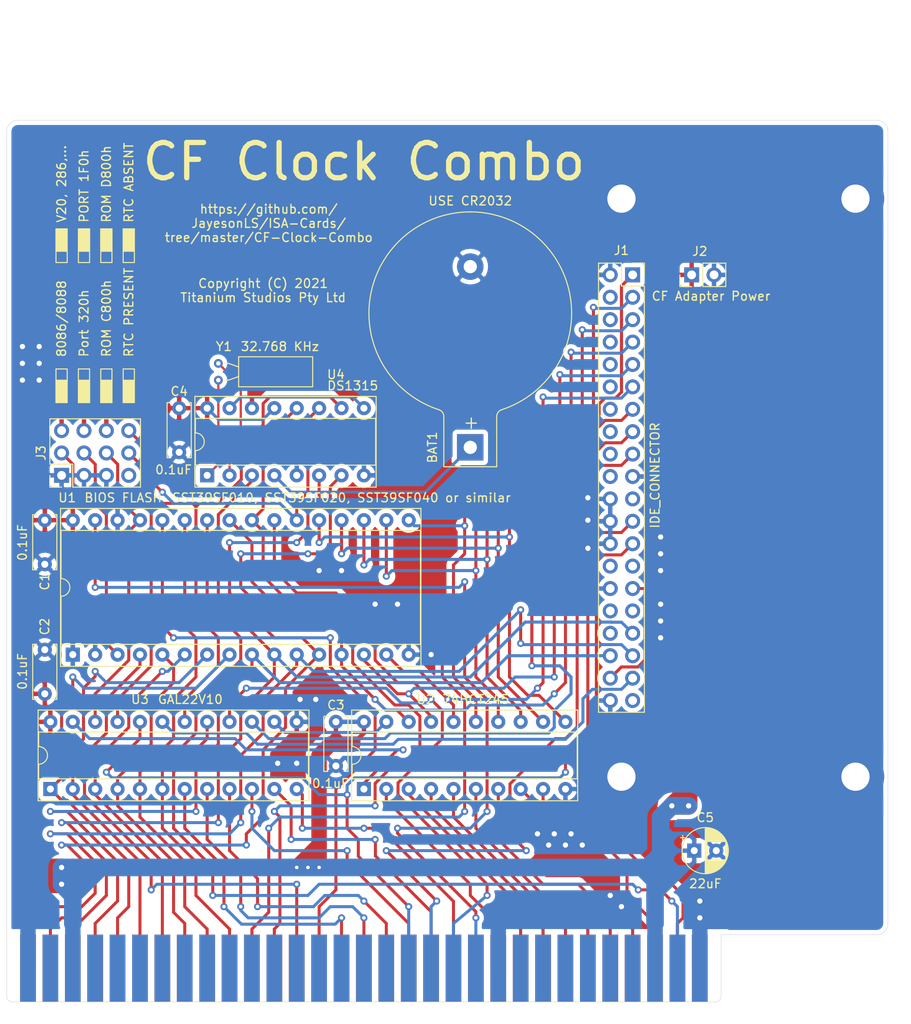
<source format=kicad_pcb>
(kicad_pcb (version 20171130) (host pcbnew "(5.1.9)-1")
  (layers (0 F.Cu signal) (31 B.Cu signal) (34 B.Paste user) (35 F.Paste user) (36 B.SilkS user) (37 F.SilkS user) (38 B.Mask user) (39 F.Mask user) (44 Edge.Cuts user))
  (net 0 "")
  (net 1 "Net-(J1-Pad8)")
  (net 2 A00)
  (net 3 A01)
  (net 4 A02)
  (net 5 A03)
  (net 6 A04)
  (net 7 A05)
  (net 8 A06)
  (net 9 A07)
  (net 10 A08)
  (net 11 A09)
  (net 12 A10)
  (net 13 A11)
  (net 14 A12)
  (net 15 A13)
  (net 16 A15)
  (net 17 A16)
  (net 18 A17)
  (net 19 A18)
  (net 20 A19)
  (net 21 D0)
  (net 22 D1)
  (net 23 D2)
  (net 24 D3)
  (net 25 D4)
  (net 26 D5)
  (net 27 D6)
  (net 28 D7)
  (net 29 GND)
  (net 30 VCC)
  (net 31 ~IOR)
  (net 32 ~IOW)
  (net 33 ~MEMR)
  (net 34 ~MEMW)
  (net 35 RESET)
  (net 36 ~CS1~_ATA)
  (net 37 D0_BUF)
  (net 38 D1_BUF)
  (net 39 D2_BUF)
  (net 40 D3_BUF)
  (net 41 D4_BUF)
  (net 42 D5_BUF)
  (net 43 D6_BUF)
  (net 44 D7_BUF)
  (net 45 ~RESET)
  (net 46 V20_JUMPER)
  (net 47 ~CE~_BIOS)
  (net 48 ~CE~_D_BUF)
  (net 49 ROM_ADDR_JUMPER)
  (net 50 ATA_ADDR_JUMPER)
  (net 51 "Net-(J1-Pad39)")
  (net 52 "Net-(J1-Pad34)")
  (net 53 "Net-(J1-Pad32)")
  (net 54 "Net-(J1-Pad31)")
  (net 55 "Net-(J1-Pad27)")
  (net 56 "Net-(J1-Pad21)")
  (net 57 "Net-(J1-Pad20)")
  (net 58 "Net-(J1-Pad18)")
  (net 59 "Net-(J1-Pad16)")
  (net 60 "Net-(J1-Pad14)")
  (net 61 "Net-(J1-Pad12)")
  (net 62 "Net-(J1-Pad10)")
  (net 63 "Net-(J1-Pad6)")
  (net 64 "Net-(J1-Pad4)")
  (net 65 "Net-(J1-Pad28)")
  (net 66 A14)
  (net 67 ~IOR_OR_MEMR)
  (net 68 "Net-(J4-Pad42)")
  (net 69 "Net-(J4-Pad41)")
  (net 70 "Net-(J4-Pad32)")
  (net 71 "Net-(J4-Pad30)")
  (net 72 "Net-(J4-Pad28)")
  (net 73 "Net-(J4-Pad27)")
  (net 74 "Net-(J4-Pad26)")
  (net 75 "Net-(J4-Pad25)")
  (net 76 "Net-(J4-Pad24)")
  (net 77 "Net-(J4-Pad23)")
  (net 78 "Net-(J4-Pad22)")
  (net 79 "Net-(J4-Pad21)")
  (net 80 "Net-(J4-Pad20)")
  (net 81 "Net-(J4-Pad19)")
  (net 82 "Net-(J4-Pad18)")
  (net 83 "Net-(J4-Pad17)")
  (net 84 "Net-(J4-Pad16)")
  (net 85 "Net-(J4-Pad15)")
  (net 86 "Net-(J4-Pad9)")
  (net 87 "Net-(J4-Pad8)")
  (net 88 "Net-(J4-Pad7)")
  (net 89 "Net-(J4-Pad6)")
  (net 90 "Net-(J4-Pad5)")
  (net 91 "Net-(J4-Pad4)")
  (net 92 "Net-(BAT1-Pad1)")
  (net 93 ~CE~_ROM)
  (net 94 "Net-(J3-Pad10)")
  (net 95 "Net-(U4-Pad15)")
  (net 96 /XTAL2)
  (net 97 /XTAL1)
  (module Package_DIP:DIP-16_W7.62mm_Socket (layer F.Cu) (at 119.38 82.55 90)
    (fp_text reference U4 (at 11.43 14.605 180) (layer F.SilkS))
    (fp_text value DS1315 (at 10.16 16.51 180) (layer F.SilkS))
    (pad 16 thru_hole oval (at 7.62 0 90) (size 1.6 1.6) (drill 0.8) (layers *.Cu *.Mask) (net 30 VCC))
    (pad 8 thru_hole oval (at 0 17.78 90) (size 1.6 1.6) (drill 0.8) (layers *.Cu *.Mask) (net 29 GND))
    (pad 15 thru_hole oval (at 7.62 2.54 90) (size 1.6 1.6) (drill 0.8) (layers *.Cu *.Mask) (net 95 "Net-(U4-Pad15)"))
    (pad 7 thru_hole oval (at 0 15.24 90) (size 1.6 1.6) (drill 0.8) (layers *.Cu *.Mask) (net 37 D0_BUF))
    (pad 14 thru_hole oval (at 7.62 5.08 90) (size 1.6 1.6) (drill 0.8) (layers *.Cu *.Mask) (net 29 GND))
    (pad 6 thru_hole oval (at 0 12.7 90) (size 1.6 1.6) (drill 0.8) (layers *.Cu *.Mask) (net 2 A00))
    (pad 13 thru_hole oval (at 7.62 7.62 90) (size 1.6 1.6) (drill 0.8) (layers *.Cu *.Mask) (net 30 VCC))
    (pad 5 thru_hole oval (at 0 10.16 90) (size 1.6 1.6) (drill 0.8) (layers *.Cu *.Mask) (net 29 GND))
    (pad 12 thru_hole oval (at 7.62 10.16 90) (size 1.6 1.6) (drill 0.8) (layers *.Cu *.Mask) (net 33 ~MEMR))
    (pad 4 thru_hole oval (at 0 7.62 90) (size 1.6 1.6) (drill 0.8) (layers *.Cu *.Mask) (net 92 "Net-(BAT1-Pad1)"))
    (pad 11 thru_hole oval (at 7.62 12.7 90) (size 1.6 1.6) (drill 0.8) (layers *.Cu *.Mask) (net 47 ~CE~_BIOS))
    (pad 3 thru_hole oval (at 0 5.08 90) (size 1.6 1.6) (drill 0.8) (layers *.Cu *.Mask) (net 4 A02))
    (pad 10 thru_hole oval (at 7.62 15.24 90) (size 1.6 1.6) (drill 0.8) (layers *.Cu *.Mask) (net 93 ~CE~_ROM))
    (pad 2 thru_hole oval (at 0 2.54 90) (size 1.6 1.6) (drill 0.8) (layers *.Cu *.Mask) (net 96 /XTAL2))
    (pad 9 thru_hole oval (at 7.62 17.78 90) (size 1.6 1.6) (drill 0.8) (layers *.Cu *.Mask) (net 95 "Net-(U4-Pad15)"))
    (pad 1 thru_hole rect (at 0 0 90) (size 1.6 1.6) (drill 0.8) (layers *.Cu *.Mask) (net 97 /XTAL1))
  )
  (module 00Custom:PinHeader_3x04_P2.54mm_Vertical (layer F.Cu) (at 102.87 82.55 90)
    (fp_text reference J3 (at 2.54 -2.33 90) (layer F.SilkS))
    (fp_text value Jumpers)
    (pad 11 thru_hole oval (at 2.54 7.62 90) (size 1.7 1.7) (drill 1) (layers *.Cu *.Mask) (net 93 ~CE~_ROM))
    (pad 12 thru_hole oval (at 5.08 7.62 90) (size 1.7 1.7) (drill 1) (layers *.Cu *.Mask) (net 47 ~CE~_BIOS))
    (pad 10 thru_hole oval (at 0 7.62 90) (size 1.7 1.7) (drill 1) (layers *.Cu *.Mask) (net 94 "Net-(J3-Pad10)"))
    (pad 9 thru_hole oval (at 5.08 5.08 90) (size 1.7 1.7) (drill 1) (layers *.Cu *.Mask) (net 30 VCC))
    (pad 6 thru_hole oval (at 5.08 2.54 90) (size 1.7 1.7) (drill 1) (layers *.Cu *.Mask) (net 30 VCC))
    (pad 3 thru_hole oval (at 5.08 0 90) (size 1.7 1.7) (drill 1) (layers *.Cu *.Mask) (net 30 VCC))
    (pad 8 thru_hole oval (at 2.54 5.08 90) (size 1.7 1.7) (drill 1) (layers *.Cu *.Mask) (net 49 ROM_ADDR_JUMPER))
    (pad 7 thru_hole oval (at 0 5.08 90) (size 1.7 1.7) (drill 1) (layers *.Cu *.Mask) (net 29 GND))
    (pad 5 thru_hole oval (at 2.54 2.54 90) (size 1.7 1.7) (drill 1) (layers *.Cu *.Mask) (net 50 ATA_ADDR_JUMPER))
    (pad 4 thru_hole oval (at 0 2.54 90) (size 1.7 1.7) (drill 1) (layers *.Cu *.Mask) (net 29 GND))
    (pad 2 thru_hole oval (at 2.54 0 90) (size 1.7 1.7) (drill 1) (layers *.Cu *.Mask) (net 46 V20_JUMPER))
    (pad 1 thru_hole rect (at 0 0 90) (size 1.7 1.7) (drill 1) (layers *.Cu *.Mask) (net 29 GND))
  )
  (module Capacitor_THT:C_Disc_D6.0mm_W2.5mm_P5.00mm (layer F.Cu) (at 116.205 74.93 270)
    (fp_text reference C4 (at -1.905 0 180) (layer F.SilkS))
    (fp_text value 0.1uF (at 6.985 0.635 180) (layer F.SilkS))
    (pad 2 thru_hole circle (at 5 0 270) (size 1.6 1.6) (drill 0.8) (layers *.Cu *.Mask) (net 29 GND))
    (pad 1 thru_hole circle (at 0 0 270) (size 1.6 1.6) (drill 0.8) (layers *.Cu *.Mask) (net 30 VCC))
  )
  (module Crystal:Crystal_C38-LF_D3.0mm_L8.0mm_Horizontal (layer F.Cu) (at 120.65 71.755 90)
    (fp_text reference Y1 (at 3.81 0.635) (layer F.SilkS))
    (fp_text value "32.768 KHz" (at 3.81 6.985) (layer F.SilkS))
    (pad 2 thru_hole circle (at 1.9 0 90) (size 1 1) (drill 0.5) (layers *.Cu *.Mask) (net 96 /XTAL2))
    (pad 1 thru_hole circle (at 0 0 90) (size 1 1) (drill 0.5) (layers *.Cu *.Mask) (net 97 /XTAL1))
  )
  (module Battery:BatteryHolder_Keystone_103_1x20mm (layer F.Cu) (at 149.225 79.375 90)
    (fp_text reference BAT1 (at 0 -4.3 90) (layer F.SilkS))
    (fp_text value CR2032)
    (fp_text user + (at 2.75 0 90) (layer F.SilkS) (effects (font (size 1.5 1.5))))
    (pad 1 thru_hole rect (at 0 0 90) (size 3 3) (drill 1.5) (layers *.Cu *.Mask) (net 92 "Net-(BAT1-Pad1)"))
    (pad 2 thru_hole circle (at 20.49 0 90) (size 3 3) (drill 1.5) (layers *.Cu *.Mask) (net 29 GND))
  )
  (module Package_DIP:DIP-24_W7.62mm_Socket (layer F.Cu) (at 101.6 118.11 90)
    (fp_text reference U3 (at 10.16 10.16 180) (layer F.SilkS))
    (fp_text value GAL22V10 (at 10.16 15.875 180) (layer F.SilkS))
    (pad 24 thru_hole oval (at 7.62 0 90) (size 1.6 1.6) (drill 0.8) (layers *.Cu *.Mask) (net 30 VCC))
    (pad 12 thru_hole oval (at 0 27.94 90) (size 1.6 1.6) (drill 0.8) (layers *.Cu *.Mask) (net 20 A19))
    (pad 23 thru_hole oval (at 7.62 2.54 90) (size 1.6 1.6) (drill 0.8) (layers *.Cu *.Mask) (net 67 ~IOR_OR_MEMR))
    (pad 11 thru_hole oval (at 0 25.4 90) (size 1.6 1.6) (drill 0.8) (layers *.Cu *.Mask) (net 19 A18))
    (pad 22 thru_hole oval (at 7.62 5.08 90) (size 1.6 1.6) (drill 0.8) (layers *.Cu *.Mask) (net 50 ATA_ADDR_JUMPER))
    (pad 10 thru_hole oval (at 0 22.86 90) (size 1.6 1.6) (drill 0.8) (layers *.Cu *.Mask) (net 18 A17))
    (pad 21 thru_hole oval (at 7.62 7.62 90) (size 1.6 1.6) (drill 0.8) (layers *.Cu *.Mask) (net 49 ROM_ADDR_JUMPER))
    (pad 9 thru_hole oval (at 0 20.32 90) (size 1.6 1.6) (drill 0.8) (layers *.Cu *.Mask) (net 17 A16))
    (pad 20 thru_hole oval (at 7.62 10.16 90) (size 1.6 1.6) (drill 0.8) (layers *.Cu *.Mask) (net 31 ~IOR))
    (pad 8 thru_hole oval (at 0 17.78 90) (size 1.6 1.6) (drill 0.8) (layers *.Cu *.Mask) (net 16 A15))
    (pad 19 thru_hole oval (at 7.62 12.7 90) (size 1.6 1.6) (drill 0.8) (layers *.Cu *.Mask) (net 36 ~CS1~_ATA))
    (pad 7 thru_hole oval (at 0 15.24 90) (size 1.6 1.6) (drill 0.8) (layers *.Cu *.Mask) (net 66 A14))
    (pad 18 thru_hole oval (at 7.62 15.24 90) (size 1.6 1.6) (drill 0.8) (layers *.Cu *.Mask) (net 93 ~CE~_ROM))
    (pad 6 thru_hole oval (at 0 12.7 90) (size 1.6 1.6) (drill 0.8) (layers *.Cu *.Mask) (net 11 A09))
    (pad 17 thru_hole oval (at 7.62 17.78 90) (size 1.6 1.6) (drill 0.8) (layers *.Cu *.Mask) (net 35 RESET))
    (pad 5 thru_hole oval (at 0 10.16 90) (size 1.6 1.6) (drill 0.8) (layers *.Cu *.Mask) (net 10 A08))
    (pad 16 thru_hole oval (at 7.62 20.32 90) (size 1.6 1.6) (drill 0.8) (layers *.Cu *.Mask) (net 33 ~MEMR))
    (pad 4 thru_hole oval (at 0 7.62 90) (size 1.6 1.6) (drill 0.8) (layers *.Cu *.Mask) (net 9 A07))
    (pad 15 thru_hole oval (at 7.62 22.86 90) (size 1.6 1.6) (drill 0.8) (layers *.Cu *.Mask) (net 45 ~RESET))
    (pad 3 thru_hole oval (at 0 5.08 90) (size 1.6 1.6) (drill 0.8) (layers *.Cu *.Mask) (net 8 A06))
    (pad 14 thru_hole oval (at 7.62 25.4 90) (size 1.6 1.6) (drill 0.8) (layers *.Cu *.Mask) (net 48 ~CE~_D_BUF))
    (pad 2 thru_hole oval (at 0 2.54 90) (size 1.6 1.6) (drill 0.8) (layers *.Cu *.Mask) (net 7 A05))
    (pad 13 thru_hole oval (at 7.62 27.94 90) (size 1.6 1.6) (drill 0.8) (layers *.Cu *.Mask) (net 29 GND))
    (pad 1 thru_hole rect (at 0 0 90) (size 1.6 1.6) (drill 0.8) (layers *.Cu *.Mask) (net 6 A04))
  )
  (module Connector_PinSocket_2.54mm:PinSocket_2x20_P2.54mm_Vertical (layer F.Cu) (at 167.64 59.817)
    (fp_text reference J1 (at -1.27 -2.77) (layer F.SilkS))
    (fp_text value IDE_CONNECTOR (at 2.54 22.733 90) (layer F.SilkS))
    (pad 40 thru_hole oval (at -2.54 48.26) (size 1.7 1.7) (drill 1) (layers *.Cu *.Mask) (net 29 GND))
    (pad 39 thru_hole oval (at 0 48.26) (size 1.7 1.7) (drill 1) (layers *.Cu *.Mask) (net 51 "Net-(J1-Pad39)"))
    (pad 38 thru_hole oval (at -2.54 45.72) (size 1.7 1.7) (drill 1) (layers *.Cu *.Mask) (net 30 VCC))
    (pad 37 thru_hole oval (at 0 45.72) (size 1.7 1.7) (drill 1) (layers *.Cu *.Mask) (net 36 ~CS1~_ATA))
    (pad 36 thru_hole oval (at -2.54 43.18) (size 1.7 1.7) (drill 1) (layers *.Cu *.Mask) (net 5 A03))
    (pad 35 thru_hole oval (at 0 43.18) (size 1.7 1.7) (drill 1) (layers *.Cu *.Mask) (net 3 A01))
    (pad 34 thru_hole oval (at -2.54 40.64) (size 1.7 1.7) (drill 1) (layers *.Cu *.Mask) (net 52 "Net-(J1-Pad34)"))
    (pad 33 thru_hole oval (at 0 40.64) (size 1.7 1.7) (drill 1) (layers *.Cu *.Mask) (net 4 A02))
    (pad 32 thru_hole oval (at -2.54 38.1) (size 1.7 1.7) (drill 1) (layers *.Cu *.Mask) (net 53 "Net-(J1-Pad32)"))
    (pad 31 thru_hole oval (at 0 38.1) (size 1.7 1.7) (drill 1) (layers *.Cu *.Mask) (net 54 "Net-(J1-Pad31)"))
    (pad 30 thru_hole oval (at -2.54 35.56) (size 1.7 1.7) (drill 1) (layers *.Cu *.Mask) (net 29 GND))
    (pad 29 thru_hole oval (at 0 35.56) (size 1.7 1.7) (drill 1) (layers *.Cu *.Mask) (net 30 VCC))
    (pad 28 thru_hole oval (at -2.54 33.02) (size 1.7 1.7) (drill 1) (layers *.Cu *.Mask) (net 65 "Net-(J1-Pad28)"))
    (pad 27 thru_hole oval (at 0 33.02) (size 1.7 1.7) (drill 1) (layers *.Cu *.Mask) (net 55 "Net-(J1-Pad27)"))
    (pad 26 thru_hole oval (at -2.54 30.48) (size 1.7 1.7) (drill 1) (layers *.Cu *.Mask) (net 29 GND))
    (pad 25 thru_hole oval (at 0 30.48) (size 1.7 1.7) (drill 1) (layers *.Cu *.Mask) (net 31 ~IOR))
    (pad 24 thru_hole oval (at -2.54 27.94) (size 1.7 1.7) (drill 1) (layers *.Cu *.Mask) (net 29 GND))
    (pad 23 thru_hole oval (at 0 27.94) (size 1.7 1.7) (drill 1) (layers *.Cu *.Mask) (net 32 ~IOW))
    (pad 22 thru_hole oval (at -2.54 25.4) (size 1.7 1.7) (drill 1) (layers *.Cu *.Mask) (net 29 GND))
    (pad 21 thru_hole oval (at 0 25.4) (size 1.7 1.7) (drill 1) (layers *.Cu *.Mask) (net 56 "Net-(J1-Pad21)"))
    (pad 20 thru_hole oval (at -2.54 22.86) (size 1.7 1.7) (drill 1) (layers *.Cu *.Mask) (net 57 "Net-(J1-Pad20)"))
    (pad 19 thru_hole oval (at 0 22.86) (size 1.7 1.7) (drill 1) (layers *.Cu *.Mask) (net 29 GND))
    (pad 18 thru_hole oval (at -2.54 20.32) (size 1.7 1.7) (drill 1) (layers *.Cu *.Mask) (net 58 "Net-(J1-Pad18)"))
    (pad 17 thru_hole oval (at 0 20.32) (size 1.7 1.7) (drill 1) (layers *.Cu *.Mask) (net 37 D0_BUF))
    (pad 16 thru_hole oval (at -2.54 17.78) (size 1.7 1.7) (drill 1) (layers *.Cu *.Mask) (net 59 "Net-(J1-Pad16)"))
    (pad 15 thru_hole oval (at 0 17.78) (size 1.7 1.7) (drill 1) (layers *.Cu *.Mask) (net 38 D1_BUF))
    (pad 14 thru_hole oval (at -2.54 15.24) (size 1.7 1.7) (drill 1) (layers *.Cu *.Mask) (net 60 "Net-(J1-Pad14)"))
    (pad 13 thru_hole oval (at 0 15.24) (size 1.7 1.7) (drill 1) (layers *.Cu *.Mask) (net 39 D2_BUF))
    (pad 12 thru_hole oval (at -2.54 12.7) (size 1.7 1.7) (drill 1) (layers *.Cu *.Mask) (net 61 "Net-(J1-Pad12)"))
    (pad 11 thru_hole oval (at 0 12.7) (size 1.7 1.7) (drill 1) (layers *.Cu *.Mask) (net 40 D3_BUF))
    (pad 10 thru_hole oval (at -2.54 10.16) (size 1.7 1.7) (drill 1) (layers *.Cu *.Mask) (net 62 "Net-(J1-Pad10)"))
    (pad 9 thru_hole oval (at 0 10.16) (size 1.7 1.7) (drill 1) (layers *.Cu *.Mask) (net 41 D4_BUF))
    (pad 8 thru_hole oval (at -2.54 7.62) (size 1.7 1.7) (drill 1) (layers *.Cu *.Mask) (net 1 "Net-(J1-Pad8)"))
    (pad 7 thru_hole oval (at 0 7.62) (size 1.7 1.7) (drill 1) (layers *.Cu *.Mask) (net 42 D5_BUF))
    (pad 6 thru_hole oval (at -2.54 5.08) (size 1.7 1.7) (drill 1) (layers *.Cu *.Mask) (net 63 "Net-(J1-Pad6)"))
    (pad 5 thru_hole oval (at 0 5.08) (size 1.7 1.7) (drill 1) (layers *.Cu *.Mask) (net 43 D6_BUF))
    (pad 4 thru_hole oval (at -2.54 2.54) (size 1.7 1.7) (drill 1) (layers *.Cu *.Mask) (net 64 "Net-(J1-Pad4)"))
    (pad 3 thru_hole oval (at 0 2.54) (size 1.7 1.7) (drill 1) (layers *.Cu *.Mask) (net 44 D7_BUF))
    (pad 2 thru_hole oval (at -2.54 0) (size 1.7 1.7) (drill 1) (layers *.Cu *.Mask) (net 29 GND))
    (pad 1 thru_hole rect (at 0 0) (size 1.7 1.7) (drill 1) (layers *.Cu *.Mask) (net 45 ~RESET))
  )
  (module Connector_PinHeader_2.54mm:PinHeader_1x02_P2.54mm_Vertical (layer F.Cu) (at 174.331 59.817 90)
    (fp_text reference J2 (at 2.667 0.929 180) (layer F.SilkS))
    (fp_text value "CF Adapter Power" (at -2.413 2.199 180) (layer F.SilkS))
    (pad 2 thru_hole oval (at 0 2.54 90) (size 1.7 1.7) (drill 1) (layers *.Cu *.Mask) (net 29 GND))
    (pad 1 thru_hole rect (at 0 0 90) (size 1.7 1.7) (drill 1) (layers *.Cu *.Mask) (net 30 VCC))
  )
  (module MountingHole:MountingHole_3.5mm_Pad (layer F.Cu) (at 192.913 116.713)
    (fp_text reference MH4 hide)
    (fp_text value MH)
    (pad "" thru_hole circle (at 0 0) (size 6.5 6.5) (drill 3.2) (layers *.Cu *.Mask) (net 29 GND))
  )
  (module Capacitor_THT:CP_Radial_D5.0mm_P2.50mm (layer F.Cu) (at 174.625 125.095)
    (fp_text reference C5 (at 1.25 -3.75) (layer F.SilkS))
    (fp_text value 22uF (at 1.25 3.75) (layer F.SilkS))
    (pad 2 thru_hole circle (at 2.5 0) (size 1.6 1.6) (drill 0.8) (layers *.Cu *.Mask) (net 29 GND))
    (pad 1 thru_hole rect (at 0 0) (size 1.6 1.6) (drill 0.8) (layers *.Cu *.Mask) (net 30 VCC))
  )
  (module Capacitor_THT:C_Disc_D6.0mm_W2.5mm_P5.00mm (layer F.Cu) (at 133.985 110.49 270)
    (fp_text reference C3 (at -1.905 0 180) (layer F.SilkS))
    (fp_text value 0.1uF (at 6.985 0.635 180) (layer F.SilkS))
    (pad 2 thru_hole circle (at 5 0 270) (size 1.6 1.6) (drill 0.8) (layers *.Cu *.Mask) (net 29 GND))
    (pad 1 thru_hole circle (at 0 0 270) (size 1.6 1.6) (drill 0.8) (layers *.Cu *.Mask) (net 30 VCC))
  )
  (module Capacitor_THT:C_Disc_D6.0mm_W2.5mm_P5.00mm (layer F.Cu) (at 100.965 107.315 90)
    (fp_text reference C2 (at 7.62 0 90) (layer F.SilkS))
    (fp_text value 0.1uF (at 2.54 -2.54 90) (layer F.SilkS))
    (pad 2 thru_hole circle (at 5 0 90) (size 1.6 1.6) (drill 0.8) (layers *.Cu *.Mask) (net 29 GND))
    (pad 1 thru_hole circle (at 0 0 90) (size 1.6 1.6) (drill 0.8) (layers *.Cu *.Mask) (net 30 VCC))
  )
  (module Capacitor_THT:C_Disc_D6.0mm_W2.5mm_P5.00mm (layer F.Cu) (at 100.965 87.63 270)
    (fp_text reference C1 (at 6.985 0 90) (layer F.SilkS))
    (fp_text value 0.1uF (at 2.54 2.54 90) (layer F.SilkS))
    (pad 2 thru_hole circle (at 5 0 270) (size 1.6 1.6) (drill 0.8) (layers *.Cu *.Mask) (net 29 GND))
    (pad 1 thru_hole circle (at 0 0 270) (size 1.6 1.6) (drill 0.8) (layers *.Cu *.Mask) (net 30 VCC))
  )
  (module Package_DIP:DIP-20_W7.62mm_Socket (layer F.Cu) (at 137.16 118.11 90)
    (fp_text reference U2 (at 10.16 6.985 180) (layer F.SilkS))
    (fp_text value 74HCT245 (at 10.16 12.7 180) (layer F.SilkS))
    (pad 20 thru_hole oval (at 7.62 0 90) (size 1.6 1.6) (drill 0.8) (layers *.Cu *.Mask) (net 30 VCC))
    (pad 10 thru_hole oval (at 0 22.86 90) (size 1.6 1.6) (drill 0.8) (layers *.Cu *.Mask) (net 29 GND))
    (pad 19 thru_hole oval (at 7.62 2.54 90) (size 1.6 1.6) (drill 0.8) (layers *.Cu *.Mask) (net 48 ~CE~_D_BUF))
    (pad 9 thru_hole oval (at 0 20.32 90) (size 1.6 1.6) (drill 0.8) (layers *.Cu *.Mask) (net 28 D7))
    (pad 18 thru_hole oval (at 7.62 5.08 90) (size 1.6 1.6) (drill 0.8) (layers *.Cu *.Mask) (net 37 D0_BUF))
    (pad 8 thru_hole oval (at 0 17.78 90) (size 1.6 1.6) (drill 0.8) (layers *.Cu *.Mask) (net 27 D6))
    (pad 17 thru_hole oval (at 7.62 7.62 90) (size 1.6 1.6) (drill 0.8) (layers *.Cu *.Mask) (net 38 D1_BUF))
    (pad 7 thru_hole oval (at 0 15.24 90) (size 1.6 1.6) (drill 0.8) (layers *.Cu *.Mask) (net 26 D5))
    (pad 16 thru_hole oval (at 7.62 10.16 90) (size 1.6 1.6) (drill 0.8) (layers *.Cu *.Mask) (net 39 D2_BUF))
    (pad 6 thru_hole oval (at 0 12.7 90) (size 1.6 1.6) (drill 0.8) (layers *.Cu *.Mask) (net 25 D4))
    (pad 15 thru_hole oval (at 7.62 12.7 90) (size 1.6 1.6) (drill 0.8) (layers *.Cu *.Mask) (net 40 D3_BUF))
    (pad 5 thru_hole oval (at 0 10.16 90) (size 1.6 1.6) (drill 0.8) (layers *.Cu *.Mask) (net 24 D3))
    (pad 14 thru_hole oval (at 7.62 15.24 90) (size 1.6 1.6) (drill 0.8) (layers *.Cu *.Mask) (net 41 D4_BUF))
    (pad 4 thru_hole oval (at 0 7.62 90) (size 1.6 1.6) (drill 0.8) (layers *.Cu *.Mask) (net 23 D2))
    (pad 13 thru_hole oval (at 7.62 17.78 90) (size 1.6 1.6) (drill 0.8) (layers *.Cu *.Mask) (net 42 D5_BUF))
    (pad 3 thru_hole oval (at 0 5.08 90) (size 1.6 1.6) (drill 0.8) (layers *.Cu *.Mask) (net 22 D1))
    (pad 12 thru_hole oval (at 7.62 20.32 90) (size 1.6 1.6) (drill 0.8) (layers *.Cu *.Mask) (net 43 D6_BUF))
    (pad 2 thru_hole oval (at 0 2.54 90) (size 1.6 1.6) (drill 0.8) (layers *.Cu *.Mask) (net 21 D0))
    (pad 11 thru_hole oval (at 7.62 22.86 90) (size 1.6 1.6) (drill 0.8) (layers *.Cu *.Mask) (net 44 D7_BUF))
    (pad 1 thru_hole rect (at 0 0 90) (size 1.6 1.6) (drill 0.8) (layers *.Cu *.Mask) (net 67 ~IOR_OR_MEMR))
  )
  (module Package_DIP:DIP-32_W15.24mm_Socket (layer F.Cu) (at 104.14 102.87 90)
    (fp_text reference U1 (at 17.78 -0.635 180) (layer F.SilkS))
    (fp_text value "BIOS FLASH" (at 17.78 5.715 180) (layer F.SilkS))
    (pad 32 thru_hole oval (at 15.24 0 90) (size 1.6 1.6) (drill 0.8) (layers *.Cu *.Mask) (net 30 VCC))
    (pad 16 thru_hole oval (at 0 38.1 90) (size 1.6 1.6) (drill 0.8) (layers *.Cu *.Mask) (net 29 GND))
    (pad 31 thru_hole oval (at 15.24 2.54 90) (size 1.6 1.6) (drill 0.8) (layers *.Cu *.Mask) (net 34 ~MEMW))
    (pad 15 thru_hole oval (at 0 35.56 90) (size 1.6 1.6) (drill 0.8) (layers *.Cu *.Mask) (net 39 D2_BUF))
    (pad 30 thru_hole oval (at 15.24 5.08 90) (size 1.6 1.6) (drill 0.8) (layers *.Cu *.Mask) (net 29 GND))
    (pad 14 thru_hole oval (at 0 33.02 90) (size 1.6 1.6) (drill 0.8) (layers *.Cu *.Mask) (net 38 D1_BUF))
    (pad 29 thru_hole oval (at 15.24 7.62 90) (size 1.6 1.6) (drill 0.8) (layers *.Cu *.Mask) (net 50 ATA_ADDR_JUMPER))
    (pad 13 thru_hole oval (at 0 30.48 90) (size 1.6 1.6) (drill 0.8) (layers *.Cu *.Mask) (net 37 D0_BUF))
    (pad 28 thru_hole oval (at 15.24 10.16 90) (size 1.6 1.6) (drill 0.8) (layers *.Cu *.Mask) (net 15 A13))
    (pad 12 thru_hole oval (at 0 27.94 90) (size 1.6 1.6) (drill 0.8) (layers *.Cu *.Mask) (net 2 A00))
    (pad 27 thru_hole oval (at 15.24 12.7 90) (size 1.6 1.6) (drill 0.8) (layers *.Cu *.Mask) (net 10 A08))
    (pad 11 thru_hole oval (at 0 25.4 90) (size 1.6 1.6) (drill 0.8) (layers *.Cu *.Mask) (net 3 A01))
    (pad 26 thru_hole oval (at 15.24 15.24 90) (size 1.6 1.6) (drill 0.8) (layers *.Cu *.Mask) (net 11 A09))
    (pad 10 thru_hole oval (at 0 22.86 90) (size 1.6 1.6) (drill 0.8) (layers *.Cu *.Mask) (net 4 A02))
    (pad 25 thru_hole oval (at 15.24 17.78 90) (size 1.6 1.6) (drill 0.8) (layers *.Cu *.Mask) (net 13 A11))
    (pad 9 thru_hole oval (at 0 20.32 90) (size 1.6 1.6) (drill 0.8) (layers *.Cu *.Mask) (net 5 A03))
    (pad 24 thru_hole oval (at 15.24 20.32 90) (size 1.6 1.6) (drill 0.8) (layers *.Cu *.Mask) (net 33 ~MEMR))
    (pad 8 thru_hole oval (at 0 17.78 90) (size 1.6 1.6) (drill 0.8) (layers *.Cu *.Mask) (net 6 A04))
    (pad 23 thru_hole oval (at 15.24 22.86 90) (size 1.6 1.6) (drill 0.8) (layers *.Cu *.Mask) (net 12 A10))
    (pad 7 thru_hole oval (at 0 15.24 90) (size 1.6 1.6) (drill 0.8) (layers *.Cu *.Mask) (net 7 A05))
    (pad 22 thru_hole oval (at 15.24 25.4 90) (size 1.6 1.6) (drill 0.8) (layers *.Cu *.Mask) (net 47 ~CE~_BIOS))
    (pad 6 thru_hole oval (at 0 12.7 90) (size 1.6 1.6) (drill 0.8) (layers *.Cu *.Mask) (net 8 A06))
    (pad 21 thru_hole oval (at 15.24 27.94 90) (size 1.6 1.6) (drill 0.8) (layers *.Cu *.Mask) (net 44 D7_BUF))
    (pad 5 thru_hole oval (at 0 10.16 90) (size 1.6 1.6) (drill 0.8) (layers *.Cu *.Mask) (net 9 A07))
    (pad 20 thru_hole oval (at 15.24 30.48 90) (size 1.6 1.6) (drill 0.8) (layers *.Cu *.Mask) (net 43 D6_BUF))
    (pad 4 thru_hole oval (at 0 7.62 90) (size 1.6 1.6) (drill 0.8) (layers *.Cu *.Mask) (net 14 A12))
    (pad 19 thru_hole oval (at 15.24 33.02 90) (size 1.6 1.6) (drill 0.8) (layers *.Cu *.Mask) (net 42 D5_BUF))
    (pad 3 thru_hole oval (at 0 5.08 90) (size 1.6 1.6) (drill 0.8) (layers *.Cu *.Mask) (net 46 V20_JUMPER))
    (pad 18 thru_hole oval (at 15.24 35.56 90) (size 1.6 1.6) (drill 0.8) (layers *.Cu *.Mask) (net 41 D4_BUF))
    (pad 2 thru_hole oval (at 0 2.54 90) (size 1.6 1.6) (drill 0.8) (layers *.Cu *.Mask) (net 29 GND))
    (pad 17 thru_hole oval (at 15.24 38.1 90) (size 1.6 1.6) (drill 0.8) (layers *.Cu *.Mask) (net 40 D3_BUF))
    (pad 1 thru_hole rect (at 0 0 90) (size 1.6 1.6) (drill 0.8) (layers *.Cu *.Mask) (net 29 GND))
  )
  (module MountingHole:MountingHole_3.5mm_Pad (layer F.Cu) (at 166.37 116.713)
    (fp_text reference MH3 hide)
    (fp_text value MH)
    (pad "" thru_hole circle (at 0 0) (size 6.5 6.5) (drill 3.2) (layers *.Cu *.Mask) (net 29 GND))
  )
  (module MountingHole:MountingHole_3.5mm_Pad (layer F.Cu) (at 166.37 51.181)
    (fp_text reference MH1 hide)
    (fp_text value MH)
    (pad "" thru_hole circle (at 0 0) (size 6.5 6.5) (drill 3.2) (layers *.Cu *.Mask) (net 29 GND))
  )
  (module MountingHole:MountingHole_3.5mm_Pad (layer F.Cu) (at 192.913 51.181)
    (fp_text reference MH2)
    (fp_text value MH)
    (pad "" thru_hole circle (at 0 0) (size 6.5 6.5) (drill 3.2) (layers *.Cu *.Mask) (net 29 GND))
  )
  (module 00Custom:BUS_XT (layer F.Cu) (at 175.26 138.43)
    (fp_text reference J4 hide)
    (fp_text value Bus_ISA_8bit)
    (pad 62 connect rect (at -76.2 0) (size 1.78 7.62) (layers F.Cu F.Mask) (net 2 A00))
    (pad 61 connect rect (at -73.66 0) (size 1.78 7.62) (layers F.Cu F.Mask) (net 3 A01))
    (pad 60 connect rect (at -71.12 0) (size 1.78 7.62) (layers F.Cu F.Mask) (net 4 A02))
    (pad 59 connect rect (at -68.58 0) (size 1.78 7.62) (layers F.Cu F.Mask) (net 5 A03))
    (pad 58 connect rect (at -66.04 0) (size 1.78 7.62) (layers F.Cu F.Mask) (net 6 A04))
    (pad 57 connect rect (at -63.5 0) (size 1.78 7.62) (layers F.Cu F.Mask) (net 7 A05))
    (pad 56 connect rect (at -60.96 0) (size 1.78 7.62) (layers F.Cu F.Mask) (net 8 A06))
    (pad 55 connect rect (at -58.42 0) (size 1.78 7.62) (layers F.Cu F.Mask) (net 9 A07))
    (pad 54 connect rect (at -55.88 0) (size 1.78 7.62) (layers F.Cu F.Mask) (net 10 A08))
    (pad 53 connect rect (at -53.34 0) (size 1.78 7.62) (layers F.Cu F.Mask) (net 11 A09))
    (pad 52 connect rect (at -50.8 0) (size 1.78 7.62) (layers F.Cu F.Mask) (net 12 A10))
    (pad 51 connect rect (at -48.26 0) (size 1.78 7.62) (layers F.Cu F.Mask) (net 13 A11))
    (pad 50 connect rect (at -45.72 0) (size 1.78 7.62) (layers F.Cu F.Mask) (net 14 A12))
    (pad 49 connect rect (at -43.18 0) (size 1.78 7.62) (layers F.Cu F.Mask) (net 15 A13))
    (pad 48 connect rect (at -40.64 0) (size 1.78 7.62) (layers F.Cu F.Mask) (net 66 A14))
    (pad 47 connect rect (at -38.1 0) (size 1.78 7.62) (layers F.Cu F.Mask) (net 16 A15))
    (pad 46 connect rect (at -35.56 0) (size 1.78 7.62) (layers F.Cu F.Mask) (net 17 A16))
    (pad 45 connect rect (at -33.02 0) (size 1.78 7.62) (layers F.Cu F.Mask) (net 18 A17))
    (pad 44 connect rect (at -30.48 0) (size 1.78 7.62) (layers F.Cu F.Mask) (net 19 A18))
    (pad 43 connect rect (at -27.94 0) (size 1.78 7.62) (layers F.Cu F.Mask) (net 20 A19))
    (pad 42 connect rect (at -25.4 0) (size 1.78 7.62) (layers F.Cu F.Mask) (net 68 "Net-(J4-Pad42)"))
    (pad 41 connect rect (at -22.86 0) (size 1.78 7.62) (layers F.Cu F.Mask) (net 69 "Net-(J4-Pad41)"))
    (pad 40 connect rect (at -20.32 0) (size 1.78 7.62) (layers F.Cu F.Mask) (net 21 D0))
    (pad 39 connect rect (at -17.78 0) (size 1.78 7.62) (layers F.Cu F.Mask) (net 22 D1))
    (pad 38 connect rect (at -15.24 0) (size 1.78 7.62) (layers F.Cu F.Mask) (net 23 D2))
    (pad 37 connect rect (at -12.7 0) (size 1.78 7.62) (layers F.Cu F.Mask) (net 24 D3))
    (pad 36 connect rect (at -10.16 0) (size 1.78 7.62) (layers F.Cu F.Mask) (net 25 D4))
    (pad 35 connect rect (at -7.62 0) (size 1.78 7.62) (layers F.Cu F.Mask) (net 26 D5))
    (pad 34 connect rect (at -5.08 0) (size 1.78 7.62) (layers F.Cu F.Mask) (net 27 D6))
    (pad 33 connect rect (at -2.54 0) (size 1.78 7.62) (layers F.Cu F.Mask) (net 28 D7))
    (pad 32 connect rect (at 0 0) (size 1.78 7.62) (layers F.Cu F.Mask) (net 70 "Net-(J4-Pad32)"))
    (pad 31 connect rect (at -76.2 0) (size 1.78 7.62) (layers B.Cu B.Mask) (net 29 GND))
    (pad 30 connect rect (at -73.66 0) (size 1.78 7.62) (layers B.Cu B.Mask) (net 71 "Net-(J4-Pad30)"))
    (pad 29 connect rect (at -71.12 0) (size 1.78 7.62) (layers B.Cu B.Mask) (net 30 VCC))
    (pad 28 connect rect (at -68.58 0) (size 1.78 7.62) (layers B.Cu B.Mask) (net 72 "Net-(J4-Pad28)"))
    (pad 27 connect rect (at -66.04 0) (size 1.78 7.62) (layers B.Cu B.Mask) (net 73 "Net-(J4-Pad27)"))
    (pad 26 connect rect (at -63.5 0) (size 1.78 7.62) (layers B.Cu B.Mask) (net 74 "Net-(J4-Pad26)"))
    (pad 25 connect rect (at -60.96 0) (size 1.78 7.62) (layers B.Cu B.Mask) (net 75 "Net-(J4-Pad25)"))
    (pad 24 connect rect (at -58.42 0) (size 1.78 7.62) (layers B.Cu B.Mask) (net 76 "Net-(J4-Pad24)"))
    (pad 23 connect rect (at -55.88 0) (size 1.78 7.62) (layers B.Cu B.Mask) (net 77 "Net-(J4-Pad23)"))
    (pad 22 connect rect (at -53.34 0) (size 1.78 7.62) (layers B.Cu B.Mask) (net 78 "Net-(J4-Pad22)"))
    (pad 21 connect rect (at -50.8 0) (size 1.78 7.62) (layers B.Cu B.Mask) (net 79 "Net-(J4-Pad21)"))
    (pad 20 connect rect (at -48.26 0) (size 1.78 7.62) (layers B.Cu B.Mask) (net 80 "Net-(J4-Pad20)"))
    (pad 19 connect rect (at -45.72 0) (size 1.78 7.62) (layers B.Cu B.Mask) (net 81 "Net-(J4-Pad19)"))
    (pad 18 connect rect (at -43.18 0) (size 1.78 7.62) (layers B.Cu B.Mask) (net 82 "Net-(J4-Pad18)"))
    (pad 17 connect rect (at -40.64 0) (size 1.78 7.62) (layers B.Cu B.Mask) (net 83 "Net-(J4-Pad17)"))
    (pad 16 connect rect (at -38.1 0) (size 1.78 7.62) (layers B.Cu B.Mask) (net 84 "Net-(J4-Pad16)"))
    (pad 15 connect rect (at -35.56 0) (size 1.78 7.62) (layers B.Cu B.Mask) (net 85 "Net-(J4-Pad15)"))
    (pad 14 connect rect (at -33.02 0) (size 1.78 7.62) (layers B.Cu B.Mask) (net 31 ~IOR))
    (pad 13 connect rect (at -30.48 0) (size 1.78 7.62) (layers B.Cu B.Mask) (net 32 ~IOW))
    (pad 12 connect rect (at -27.94 0) (size 1.78 7.62) (layers B.Cu B.Mask) (net 33 ~MEMR))
    (pad 11 connect rect (at -25.4 0) (size 1.78 7.62) (layers B.Cu B.Mask) (net 34 ~MEMW))
    (pad 10 connect rect (at -22.86 0) (size 1.78 7.62) (layers B.Cu B.Mask) (net 29 GND))
    (pad 9 connect rect (at -20.32 0) (size 1.78 7.62) (layers B.Cu B.Mask) (net 86 "Net-(J4-Pad9)"))
    (pad 8 connect rect (at -17.78 0) (size 1.78 7.62) (layers B.Cu B.Mask) (net 87 "Net-(J4-Pad8)"))
    (pad 7 connect rect (at -15.24 0) (size 1.78 7.62) (layers B.Cu B.Mask) (net 88 "Net-(J4-Pad7)"))
    (pad 6 connect rect (at -12.7 0) (size 1.78 7.62) (layers B.Cu B.Mask) (net 89 "Net-(J4-Pad6)"))
    (pad 5 connect rect (at -10.16 0) (size 1.78 7.62) (layers B.Cu B.Mask) (net 90 "Net-(J4-Pad5)"))
    (pad 4 connect rect (at -7.62 0) (size 1.78 7.62) (layers B.Cu B.Mask) (net 91 "Net-(J4-Pad4)"))
    (pad 3 connect rect (at -5.08 0) (size 1.78 7.62) (layers B.Cu B.Mask) (net 30 VCC))
    (pad 2 connect rect (at -2.54 0) (size 1.78 7.62) (layers B.Cu B.Mask) (net 35 RESET))
    (pad 1 connect rect (at 0 0) (size 1.78 7.62) (layers B.Cu B.Mask) (net 29 GND))
  )
  (gr_text "USE CR2032" (at 149.225 51.435) (layer F.SilkS) (effects (font (size 1 1))))
  (gr_text "RTC PRESENT" (at 110.49 69.215 90) (layer F.SilkS) (effects (font (size 1 1)) (justify left)))
  (gr_text "RTC ABSENT" (at 110.49 53.975 90) (layer F.SilkS) (effects (font (size 1 1)) (justify left)))
  (gr_line (start 109.855 74.295) (end 111.125 74.295) (layer F.SilkS) (width 0.12))
  (gr_line (start 111.125 70.485) (end 109.855 70.485) (layer F.SilkS) (width 0.12))
  (gr_line (start 109.855 70.485) (end 109.855 74.295) (layer F.SilkS) (width 0.12))
  (gr_line (start 111.125 74.295) (end 111.125 70.485) (layer F.SilkS) (width 0.12))
  (gr_poly (pts (xy 111.125 57.15) (xy 109.855 57.15) (xy 109.855 54.61) (xy 111.125 54.61)) (layer F.SilkS) (width 0.1))
  (gr_line (start 109.855 54.61) (end 109.855 58.42) (layer F.SilkS) (width 0.12))
  (gr_line (start 111.125 58.42) (end 111.125 54.61) (layer F.SilkS) (width 0.12))
  (gr_line (start 109.855 58.42) (end 111.125 58.42) (layer F.SilkS) (width 0.12))
  (gr_line (start 111.125 54.61) (end 109.855 54.61) (layer F.SilkS) (width 0.12))
  (gr_poly (pts (xy 111.125 74.295) (xy 109.855 74.295) (xy 109.855 71.755) (xy 111.125 71.755)) (layer F.SilkS) (width 0.1))
  (gr_poly (pts (xy 103.505 57.15) (xy 102.235 57.15) (xy 102.235 54.61) (xy 103.505 54.61)) (layer F.SilkS) (width 0.1))
  (gr_poly (pts (xy 106.045 57.15) (xy 104.775 57.15) (xy 104.775 54.61) (xy 106.045 54.61)) (layer F.SilkS) (width 0.1))
  (gr_poly (pts (xy 108.585 57.15) (xy 107.315 57.15) (xy 107.315 54.61) (xy 108.585 54.61)) (layer F.SilkS) (width 0.1))
  (gr_poly (pts (xy 103.505 74.295) (xy 102.235 74.295) (xy 102.235 71.755) (xy 103.505 71.755)) (layer F.SilkS) (width 0.1))
  (gr_poly (pts (xy 106.045 74.295) (xy 104.775 74.295) (xy 104.775 71.755) (xy 106.045 71.755)) (layer F.SilkS) (width 0.1))
  (gr_poly (pts (xy 108.585 74.295) (xy 107.315 74.295) (xy 107.315 71.755) (xy 108.585 71.755)) (layer F.SilkS) (width 0.1))
  (gr_text "Copyright (C) 2021\nTitanium Studios Pty Ltd" (at 125.73 61.595) (layer F.SilkS) (effects (font (size 1 1))))
  (gr_text "https://github.com/\nJayesonLS/ISA-Cards/\ntree/master/CF-Clock-Combo" (at 126.365 53.975) (layer F.SilkS) (effects (font (size 1 1))))
  (gr_text "CF Clock Combo" (at 137.16 46.99) (layer F.SilkS) (effects (font (size 4 4) (thickness 0.6))))
  (gr_text "SST39SF010, SST39SF020, SST39SF040 or similar" (at 134.62 85.09) (layer F.SilkS) (effects (font (size 1 1))))
  (gr_text "V20, 286,..." (at 102.87 53.975 90) (layer F.SilkS) (effects (font (size 1 1)) (justify left)))
  (gr_text 8086/8088 (at 102.87 69.215 90) (layer F.SilkS) (effects (font (size 1 1)) (justify left)))
  (gr_text "PORT 1F0h" (at 105.41 53.975 90) (layer F.SilkS) (effects (font (size 1 1)) (justify left)))
  (gr_text "Port 320h" (at 105.41 69.215 90) (layer F.SilkS) (effects (font (size 1 1)) (justify left)))
  (gr_text "ROM D800h" (at 107.95 53.975 90) (layer F.SilkS) (effects (font (size 1 1)) (justify left)))
  (gr_text "ROM C800h" (at 107.95 69.215 90) (layer F.SilkS) (effects (font (size 1 1)) (justify left)))
  (gr_line (start 102.235 58.42) (end 103.505 58.42) (layer F.SilkS) (width 0.12))
  (gr_line (start 107.315 58.42) (end 108.585 58.42) (layer F.SilkS) (width 0.12))
  (gr_line (start 104.775 58.42) (end 106.045 58.42) (layer F.SilkS) (width 0.12))
  (gr_line (start 104.775 54.61) (end 104.775 58.42) (layer F.SilkS) (width 0.12))
  (gr_line (start 103.505 58.42) (end 103.505 54.61) (layer F.SilkS) (width 0.12))
  (gr_line (start 106.045 54.61) (end 104.775 54.61) (layer F.SilkS) (width 0.12))
  (gr_line (start 102.235 54.61) (end 102.235 58.42) (layer F.SilkS) (width 0.12))
  (gr_line (start 108.585 58.42) (end 108.585 54.61) (layer F.SilkS) (width 0.12))
  (gr_line (start 106.045 58.42) (end 106.045 54.61) (layer F.SilkS) (width 0.12))
  (gr_line (start 107.315 54.61) (end 107.315 58.42) (layer F.SilkS) (width 0.12))
  (gr_line (start 108.585 54.61) (end 107.315 54.61) (layer F.SilkS) (width 0.12))
  (gr_line (start 103.505 54.61) (end 102.235 54.61) (layer F.SilkS) (width 0.12))
  (gr_line (start 103.505 70.485) (end 102.235 70.485) (layer F.SilkS) (width 0.12))
  (gr_line (start 103.505 74.295) (end 103.505 70.485) (layer F.SilkS) (width 0.12))
  (gr_line (start 102.235 74.295) (end 103.505 74.295) (layer F.SilkS) (width 0.12))
  (gr_line (start 102.235 70.485) (end 102.235 74.295) (layer F.SilkS) (width 0.12))
  (gr_line (start 106.045 70.485) (end 104.775 70.485) (layer F.SilkS) (width 0.12))
  (gr_line (start 104.775 70.485) (end 104.775 74.295) (layer F.SilkS) (width 0.12))
  (gr_line (start 106.045 74.295) (end 106.045 70.485) (layer F.SilkS) (width 0.12))
  (gr_line (start 104.775 74.295) (end 106.045 74.295) (layer F.SilkS) (width 0.12))
  (gr_line (start 107.315 70.485) (end 107.315 74.295) (layer F.SilkS) (width 0.12))
  (gr_line (start 108.585 70.485) (end 107.315 70.485) (layer F.SilkS) (width 0.12))
  (gr_line (start 108.585 74.295) (end 108.585 70.485) (layer F.SilkS) (width 0.12))
  (gr_line (start 107.315 74.295) (end 108.585 74.295) (layer F.SilkS) (width 0.12))
  (gr_line (start 196.596 43.561) (end 196.596 133.35) (layer Edge.Cuts) (width 0.05))
  (gr_line (start 96.647 43.561) (end 96.647 141.605) (layer Edge.Cuts) (width 0.05))
  (gr_line (start 97.282 142.24) (end 177.038 142.24) (layer Edge.Cuts) (width 0.05))
  (gr_line (start 177.673 134.62) (end 195.326 134.62) (layer Edge.Cuts) (width 0.05))
  (gr_line (start 195.326 42.291) (end 97.917 42.291) (layer Edge.Cuts) (width 0.05))
  (gr_arc (start 195.326 43.561) (end 196.596 43.561) (angle -90) (layer Edge.Cuts) (width 0.05))
  (gr_arc (start 195.326 133.35) (end 195.326 134.62) (angle -90) (layer Edge.Cuts) (width 0.05))
  (gr_line (start 177.673 141.605) (end 177.673 134.62) (layer Edge.Cuts) (width 0.05))
  (gr_arc (start 97.917 43.561) (end 97.917 42.291) (angle -90) (layer Edge.Cuts) (width 0.05))
  (gr_arc (start 177.038 141.605) (end 177.038 142.24) (angle -90) (layer Edge.Cuts) (width 0.05))
  (gr_arc (start 97.282 141.605) (end 96.647 141.605) (angle -90) (layer Edge.Cuts) (width 0.05))
  (segment (start 99.06 133.35) (end 99.06 138.43) (width 0.34) (layer F.Cu) (net 2))
  (segment (start 100.965 131.445) (end 99.06 133.35) (width 0.34) (layer F.Cu) (net 2))
  (segment (start 103.505 131.445) (end 100.965 131.445) (width 0.34) (layer F.Cu) (net 2))
  (segment (start 105.41 129.54) (end 103.505 131.445) (width 0.34) (layer F.Cu) (net 2))
  (segment (start 105.41 126.365) (end 105.41 129.54) (width 0.34) (layer F.Cu) (net 2))
  (segment (start 103.505 124.46) (end 105.41 126.365) (width 0.34) (layer F.Cu) (net 2))
  (segment (start 102.87 124.46) (end 103.505 124.46) (width 0.34) (layer F.Cu) (net 2))
  (via (at 102.87 124.46) (size 0.8) (drill 0.4) (layers F.Cu B.Cu) (net 2))
  (via (at 123.825044 124.46) (size 0.8) (drill 0.4) (layers F.Cu B.Cu) (net 2))
  (segment (start 102.87 124.46) (end 123.825044 124.46) (width 0.34) (layer B.Cu) (net 2))
  (segment (start 123.825044 123.189956) (end 123.825044 124.46) (width 0.34) (layer F.Cu) (net 2))
  (segment (start 125.73 121.285) (end 123.825044 123.189956) (width 0.34) (layer F.Cu) (net 2))
  (segment (start 125.73 113.665) (end 125.73 121.285) (width 0.34) (layer F.Cu) (net 2))
  (segment (start 128.27 111.125) (end 125.73 113.665) (width 0.34) (layer F.Cu) (net 2))
  (segment (start 128.27 106.68) (end 128.27 111.125) (width 0.34) (layer F.Cu) (net 2))
  (segment (start 132.08 102.87) (end 128.27 106.68) (width 0.34) (layer F.Cu) (net 2))
  (via (at 121.92 90.17) (size 0.8) (drill 0.4) (layers F.Cu B.Cu) (net 2))
  (segment (start 130.81 88.9) (end 129.54 90.17) (width 0.34) (layer F.Cu) (net 2))
  (segment (start 130.81 86.36) (end 130.81 88.9) (width 0.34) (layer F.Cu) (net 2))
  (segment (start 132.08 85.09) (end 130.81 86.36) (width 0.34) (layer F.Cu) (net 2))
  (segment (start 132.08 82.55) (end 132.08 85.09) (width 0.34) (layer F.Cu) (net 2))
  (segment (start 121.92 90.17) (end 129.54 90.17) (width 0.34) (layer B.Cu) (net 2))
  (via (at 129.54 90.17) (size 0.8) (drill 0.4) (layers F.Cu B.Cu) (net 2))
  (segment (start 121.92 95.885) (end 121.92 90.17) (width 0.34) (layer F.Cu) (net 2))
  (segment (start 127 100.965) (end 121.92 95.885) (width 0.34) (layer F.Cu) (net 2))
  (segment (start 130.175 100.965) (end 127 100.965) (width 0.34) (layer F.Cu) (net 2))
  (segment (start 132.08 102.87) (end 130.175 100.965) (width 0.34) (layer F.Cu) (net 2))
  (via (at 154.94 97.79) (size 0.8) (drill 0.4) (layers F.Cu B.Cu) (net 3))
  (segment (start 131.445 104.775) (end 147.955 104.775) (width 0.34) (layer B.Cu) (net 3))
  (segment (start 129.54 102.87) (end 131.445 104.775) (width 0.34) (layer B.Cu) (net 3))
  (segment (start 147.955 104.775) (end 154.94 97.79) (width 0.34) (layer B.Cu) (net 3))
  (via (at 154.94 101.6) (size 0.8) (drill 0.4) (layers F.Cu B.Cu) (net 3))
  (segment (start 154.94 97.79) (end 154.94 101.6) (width 0.34) (layer F.Cu) (net 3))
  (segment (start 167.64 102.997) (end 166.379999 101.736999) (width 0.34) (layer B.Cu) (net 3))
  (segment (start 166.379999 101.736999) (end 155.076999 101.736999) (width 0.34) (layer B.Cu) (net 3))
  (segment (start 155.076999 101.736999) (end 154.94 101.6) (width 0.34) (layer B.Cu) (net 3))
  (segment (start 101.6 133.985) (end 101.6 138.43) (width 0.34) (layer F.Cu) (net 3))
  (segment (start 102.87 132.715) (end 101.6 133.985) (width 0.34) (layer F.Cu) (net 3))
  (segment (start 103.88625 132.715) (end 102.87 132.715) (width 0.34) (layer F.Cu) (net 3))
  (segment (start 106.68 126.365) (end 106.68 129.92125) (width 0.34) (layer F.Cu) (net 3))
  (segment (start 103.505 123.19) (end 106.68 126.365) (width 0.34) (layer F.Cu) (net 3))
  (segment (start 106.68 129.92125) (end 103.88625 132.715) (width 0.34) (layer F.Cu) (net 3))
  (segment (start 101.6 123.19) (end 103.505 123.19) (width 0.34) (layer F.Cu) (net 3))
  (via (at 101.6 123.19) (size 0.8) (drill 0.4) (layers F.Cu B.Cu) (net 3))
  (segment (start 121.92 123.19) (end 123.19 121.92) (width 0.34) (layer B.Cu) (net 3))
  (segment (start 101.6 123.19) (end 121.92 123.19) (width 0.34) (layer B.Cu) (net 3))
  (via (at 123.19 121.92) (size 0.8) (drill 0.4) (layers F.Cu B.Cu) (net 3))
  (segment (start 125.73 111.76) (end 123.19 114.3) (width 0.34) (layer F.Cu) (net 3))
  (segment (start 125.73 107.95) (end 125.73 111.76) (width 0.34) (layer F.Cu) (net 3))
  (segment (start 129.54 104.14) (end 125.73 107.95) (width 0.34) (layer F.Cu) (net 3))
  (segment (start 123.19 114.3) (end 123.19 121.92) (width 0.34) (layer F.Cu) (net 3))
  (segment (start 129.54 102.87) (end 129.54 104.14) (width 0.34) (layer F.Cu) (net 3))
  (segment (start 129.54 105.41) (end 127 102.87) (width 0.34) (layer B.Cu) (net 4))
  (segment (start 149.225 105.41) (end 129.54 105.41) (width 0.34) (layer B.Cu) (net 4))
  (segment (start 167.64 100.457) (end 166.379999 99.196999) (width 0.34) (layer B.Cu) (net 4))
  (segment (start 165.222001 99.182001) (end 155.452999 99.182001) (width 0.35) (layer B.Cu) (net 4))
  (segment (start 165.236999 99.196999) (end 165.222001 99.182001) (width 0.35) (layer B.Cu) (net 4))
  (segment (start 166.379999 99.196999) (end 165.236999 99.196999) (width 0.35) (layer B.Cu) (net 4))
  (segment (start 154.94 99.695) (end 149.225 105.41) (width 0.35) (layer B.Cu) (net 4))
  (segment (start 155.452999 99.182001) (end 154.94 99.695) (width 0.35) (layer B.Cu) (net 4))
  (via (at 120.65 121.92) (size 0.8) (drill 0.4) (layers F.Cu B.Cu) (net 4))
  (segment (start 104.14 133.985) (end 104.14 138.43) (width 0.34) (layer F.Cu) (net 4))
  (segment (start 107.95 130.175) (end 104.14 133.985) (width 0.34) (layer F.Cu) (net 4))
  (segment (start 107.95 126.365) (end 107.95 130.175) (width 0.34) (layer F.Cu) (net 4))
  (segment (start 103.505 121.92) (end 107.95 126.365) (width 0.34) (layer F.Cu) (net 4))
  (segment (start 102.87 121.92) (end 103.505 121.92) (width 0.34) (layer F.Cu) (net 4))
  (segment (start 120.65 121.92) (end 102.87 121.92) (width 0.34) (layer B.Cu) (net 4))
  (via (at 102.87 121.92) (size 0.8) (drill 0.4) (layers F.Cu B.Cu) (net 4))
  (segment (start 120.65 114.935) (end 120.65 121.92) (width 0.34) (layer F.Cu) (net 4))
  (segment (start 123.19 109.22) (end 123.19 112.395) (width 0.34) (layer F.Cu) (net 4))
  (segment (start 123.19 112.395) (end 120.65 114.935) (width 0.34) (layer F.Cu) (net 4))
  (segment (start 127 105.41) (end 123.19 109.22) (width 0.34) (layer F.Cu) (net 4))
  (segment (start 127 102.87) (end 127 105.41) (width 0.34) (layer F.Cu) (net 4))
  (segment (start 120.65 96.52) (end 127 102.87) (width 0.34) (layer F.Cu) (net 4))
  (segment (start 120.65 86.995) (end 120.65 96.52) (width 0.34) (layer F.Cu) (net 4))
  (segment (start 124.46 83.185) (end 120.65 86.995) (width 0.34) (layer F.Cu) (net 4))
  (segment (start 124.46 82.55) (end 124.46 83.185) (width 0.34) (layer F.Cu) (net 4))
  (segment (start 127.635 106.045) (end 124.46 102.87) (width 0.34) (layer B.Cu) (net 5))
  (segment (start 165.1 102.997) (end 160.147 102.997) (width 0.34) (layer B.Cu) (net 5))
  (segment (start 158.623 102.997) (end 160.147 102.997) (width 0.35) (layer B.Cu) (net 5))
  (segment (start 165.1 102.997) (end 158.623 102.997) (width 0.35) (layer B.Cu) (net 5))
  (segment (start 165.1 102.997) (end 153.543 102.997) (width 0.35) (layer B.Cu) (net 5))
  (segment (start 150.495 106.045) (end 149.86 106.045) (width 0.35) (layer B.Cu) (net 5))
  (segment (start 153.543 102.997) (end 150.495 106.045) (width 0.35) (layer B.Cu) (net 5))
  (segment (start 149.86 106.045) (end 127.635 106.045) (width 0.34) (layer B.Cu) (net 5))
  (via (at 118.11 120.65) (size 0.8) (drill 0.4) (layers F.Cu B.Cu) (net 5))
  (segment (start 118.11 120.65) (end 101.6 120.65) (width 0.34) (layer B.Cu) (net 5))
  (via (at 101.6 120.65) (size 0.8) (drill 0.4) (layers F.Cu B.Cu) (net 5))
  (segment (start 106.68 133.35) (end 106.68 138.43) (width 0.34) (layer F.Cu) (net 5))
  (segment (start 109.22 130.81) (end 106.68 133.35) (width 0.34) (layer F.Cu) (net 5))
  (segment (start 109.22 126.365) (end 109.22 130.81) (width 0.34) (layer F.Cu) (net 5))
  (segment (start 103.505 120.65) (end 109.22 126.365) (width 0.34) (layer F.Cu) (net 5))
  (segment (start 101.6 120.65) (end 103.505 120.65) (width 0.34) (layer F.Cu) (net 5))
  (segment (start 118.11 115.57) (end 118.11 120.65) (width 0.34) (layer F.Cu) (net 5))
  (segment (start 120.65 113.03) (end 118.11 115.57) (width 0.34) (layer F.Cu) (net 5))
  (segment (start 120.65 107.95) (end 120.65 113.03) (width 0.34) (layer F.Cu) (net 5))
  (segment (start 124.46 104.14) (end 120.65 107.95) (width 0.34) (layer F.Cu) (net 5))
  (segment (start 124.46 102.87) (end 124.46 104.14) (width 0.34) (layer F.Cu) (net 5))
  (segment (start 118.11 106.68) (end 105.41 106.68) (width 0.34) (layer B.Cu) (net 6))
  (via (at 104.14 105.41) (size 0.8) (drill 0.4) (layers F.Cu B.Cu) (net 6))
  (segment (start 121.92 102.87) (end 118.11 106.68) (width 0.34) (layer B.Cu) (net 6))
  (segment (start 105.41 106.68) (end 104.14 105.41) (width 0.34) (layer B.Cu) (net 6))
  (segment (start 104.14 107.95) (end 104.14 105.41) (width 0.34) (layer F.Cu) (net 6))
  (segment (start 102.87 116.84) (end 102.87 109.22) (width 0.34) (layer F.Cu) (net 6))
  (segment (start 102.87 109.22) (end 104.14 107.95) (width 0.34) (layer F.Cu) (net 6))
  (segment (start 101.6 118.11) (end 102.87 116.84) (width 0.34) (layer F.Cu) (net 6))
  (segment (start 109.22 138.43) (end 109.22 132.715) (width 0.34) (layer F.Cu) (net 6))
  (segment (start 109.22 132.715) (end 110.49 131.445) (width 0.34) (layer F.Cu) (net 6))
  (segment (start 103.505 119.38) (end 102.87 119.38) (width 0.34) (layer F.Cu) (net 6))
  (segment (start 110.49 131.445) (end 110.49 126.365) (width 0.34) (layer F.Cu) (net 6))
  (segment (start 110.49 126.365) (end 103.505 119.38) (width 0.34) (layer F.Cu) (net 6))
  (segment (start 102.87 119.38) (end 101.6 118.11) (width 0.34) (layer F.Cu) (net 6))
  (segment (start 104.14 118.745) (end 104.14 118.11) (width 0.34) (layer F.Cu) (net 7))
  (segment (start 111.76 126.365) (end 104.14 118.745) (width 0.34) (layer F.Cu) (net 7))
  (segment (start 111.76 138.43) (end 111.76 126.365) (width 0.34) (layer F.Cu) (net 7))
  (via (at 106.68 104.775) (size 0.8) (drill 0.4) (layers F.Cu B.Cu) (net 7))
  (segment (start 119.38 102.87) (end 116.205 106.045) (width 0.34) (layer B.Cu) (net 7))
  (segment (start 116.205 106.045) (end 107.95 106.045) (width 0.34) (layer B.Cu) (net 7))
  (segment (start 107.95 106.045) (end 106.68 104.775) (width 0.34) (layer B.Cu) (net 7))
  (segment (start 106.68 105.340685) (end 106.68 104.775) (width 0.34) (layer F.Cu) (net 7))
  (segment (start 105.35501 106.665675) (end 106.68 105.340685) (width 0.34) (layer F.Cu) (net 7))
  (segment (start 105.35501 112.44999) (end 105.35501 106.665675) (width 0.34) (layer F.Cu) (net 7))
  (segment (start 104.14 113.665) (end 105.35501 112.44999) (width 0.34) (layer F.Cu) (net 7))
  (segment (start 104.14 118.11) (end 104.14 113.665) (width 0.34) (layer F.Cu) (net 7))
  (via (at 114.3 104.775) (size 0.8) (drill 0.4) (layers F.Cu B.Cu) (net 8))
  (segment (start 116.84 102.87) (end 114.935 104.775) (width 0.34) (layer B.Cu) (net 8))
  (segment (start 114.935 104.775) (end 114.3 104.775) (width 0.34) (layer B.Cu) (net 8))
  (segment (start 114.3 126.365) (end 106.68 118.745) (width 0.34) (layer F.Cu) (net 8))
  (segment (start 110.49 111.125) (end 110.49 108.585) (width 0.34) (layer F.Cu) (net 8))
  (segment (start 114.3 138.43) (end 114.3 126.365) (width 0.34) (layer F.Cu) (net 8))
  (segment (start 106.68 118.745) (end 106.68 114.935) (width 0.34) (layer F.Cu) (net 8))
  (segment (start 106.68 114.935) (end 110.49 111.125) (width 0.34) (layer F.Cu) (net 8))
  (segment (start 110.49 108.585) (end 114.3 104.775) (width 0.34) (layer F.Cu) (net 8))
  (segment (start 115.57 132.08) (end 115.57 126.365) (width 0.34) (layer F.Cu) (net 9))
  (segment (start 109.22 120.015) (end 109.22 118.11) (width 0.34) (layer F.Cu) (net 9))
  (segment (start 116.84 133.35) (end 115.57 132.08) (width 0.34) (layer F.Cu) (net 9))
  (segment (start 115.57 126.365) (end 109.22 120.015) (width 0.34) (layer F.Cu) (net 9))
  (segment (start 116.84 138.43) (end 116.84 133.35) (width 0.34) (layer F.Cu) (net 9))
  (segment (start 109.22 116.84) (end 109.22 118.11) (width 0.34) (layer F.Cu) (net 9))
  (segment (start 113.03 113.03) (end 109.22 116.84) (width 0.34) (layer F.Cu) (net 9))
  (segment (start 113.03 108.585) (end 113.03 113.03) (width 0.34) (layer F.Cu) (net 9))
  (segment (start 115.57 106.045) (end 113.03 108.585) (width 0.34) (layer F.Cu) (net 9))
  (segment (start 115.57 104.14) (end 115.57 106.045) (width 0.34) (layer F.Cu) (net 9))
  (segment (start 114.3 102.87) (end 115.57 104.14) (width 0.34) (layer F.Cu) (net 9))
  (segment (start 119.38 133.985) (end 119.38 138.43) (width 0.34) (layer F.Cu) (net 10))
  (segment (start 116.84 131.445) (end 119.38 133.985) (width 0.34) (layer F.Cu) (net 10))
  (segment (start 116.84 126.365) (end 116.84 131.445) (width 0.34) (layer F.Cu) (net 10))
  (segment (start 111.76 121.285) (end 116.84 126.365) (width 0.34) (layer F.Cu) (net 10))
  (segment (start 111.76 118.11) (end 111.76 121.285) (width 0.34) (layer F.Cu) (net 10))
  (segment (start 111.76 116.205) (end 111.76 118.11) (width 0.34) (layer F.Cu) (net 10))
  (segment (start 115.57 112.395) (end 111.76 116.205) (width 0.34) (layer F.Cu) (net 10))
  (segment (start 115.57 107.95) (end 115.57 112.395) (width 0.34) (layer F.Cu) (net 10))
  (segment (start 118.11 105.41) (end 115.57 107.95) (width 0.34) (layer F.Cu) (net 10))
  (segment (start 118.11 100.9708) (end 118.11 105.41) (width 0.34) (layer F.Cu) (net 10))
  (segment (start 116.84 99.7008) (end 118.11 100.9708) (width 0.34) (layer F.Cu) (net 10))
  (segment (start 116.84 87.63) (end 116.84 99.7008) (width 0.34) (layer F.Cu) (net 10))
  (segment (start 114.3 122.555) (end 114.3 118.11) (width 0.34) (layer F.Cu) (net 11))
  (segment (start 118.11 126.365) (end 114.3 122.555) (width 0.34) (layer F.Cu) (net 11))
  (segment (start 118.11 130.175) (end 118.11 126.365) (width 0.34) (layer F.Cu) (net 11))
  (segment (start 121.92 133.985) (end 118.11 130.175) (width 0.34) (layer F.Cu) (net 11))
  (segment (start 121.92 138.43) (end 121.92 133.985) (width 0.34) (layer F.Cu) (net 11))
  (segment (start 119.38 97.155) (end 119.38 87.63) (width 0.34) (layer F.Cu) (net 11))
  (segment (start 123.19 100.965) (end 119.38 97.155) (width 0.34) (layer F.Cu) (net 11))
  (segment (start 123.19 103.505) (end 123.19 100.965) (width 0.34) (layer F.Cu) (net 11))
  (segment (start 118.11 108.585) (end 123.19 103.505) (width 0.34) (layer F.Cu) (net 11))
  (segment (start 118.11 111.76) (end 118.11 108.585) (width 0.34) (layer F.Cu) (net 11))
  (segment (start 114.3 115.57) (end 118.11 111.76) (width 0.34) (layer F.Cu) (net 11))
  (segment (start 114.3 118.11) (end 114.3 115.57) (width 0.34) (layer F.Cu) (net 11))
  (via (at 126.365 122.555) (size 0.8) (drill 0.4) (layers F.Cu B.Cu) (net 12))
  (segment (start 126.365 132.08) (end 126.365 122.555) (width 0.34) (layer F.Cu) (net 12))
  (segment (start 124.46 133.985) (end 126.365 132.08) (width 0.34) (layer F.Cu) (net 12))
  (segment (start 124.46 138.43) (end 124.46 133.985) (width 0.34) (layer F.Cu) (net 12))
  (via (at 148.590005 120.650005) (size 0.8) (drill 0.4) (layers F.Cu B.Cu) (net 12))
  (segment (start 127.635 121.285) (end 126.365 122.555) (width 0.34) (layer B.Cu) (net 12))
  (segment (start 147.95501 121.285) (end 127.635 121.285) (width 0.34) (layer B.Cu) (net 12))
  (segment (start 148.590005 120.650005) (end 147.95501 121.285) (width 0.34) (layer B.Cu) (net 12))
  (segment (start 148.59 107.95) (end 148.59 120.65) (width 0.34) (layer F.Cu) (net 12))
  (segment (start 146.05 105.41) (end 148.59 107.95) (width 0.34) (layer F.Cu) (net 12))
  (segment (start 146.05 102.235) (end 146.05 105.41) (width 0.34) (layer F.Cu) (net 12))
  (segment (start 144.145 100.33) (end 146.05 102.235) (width 0.34) (layer F.Cu) (net 12))
  (segment (start 138.43 100.33) (end 144.145 100.33) (width 0.34) (layer F.Cu) (net 12))
  (segment (start 133.985 95.885) (end 138.43 100.33) (width 0.34) (layer F.Cu) (net 12))
  (segment (start 129.54 95.885) (end 133.985 95.885) (width 0.34) (layer F.Cu) (net 12))
  (segment (start 148.59 120.65) (end 148.590005 120.650005) (width 0.34) (layer F.Cu) (net 12))
  (segment (start 127 93.345) (end 129.54 95.885) (width 0.34) (layer F.Cu) (net 12))
  (segment (start 127 87.63) (end 127 93.345) (width 0.34) (layer F.Cu) (net 12))
  (via (at 138.43 120.015) (size 0.8) (drill 0.4) (layers F.Cu B.Cu) (net 13))
  (via (at 127 120.65) (size 0.8) (drill 0.4) (layers F.Cu B.Cu) (net 13))
  (segment (start 138.43 120.015) (end 127.635 120.015) (width 0.34) (layer B.Cu) (net 13))
  (segment (start 127.635 120.015) (end 127 120.65) (width 0.34) (layer B.Cu) (net 13))
  (segment (start 127.635 121.285) (end 127 120.65) (width 0.34) (layer F.Cu) (net 13))
  (segment (start 127 133.985) (end 127.635 133.35) (width 0.34) (layer F.Cu) (net 13))
  (segment (start 127 138.43) (end 127 133.985) (width 0.34) (layer F.Cu) (net 13))
  (segment (start 127.635 133.35) (end 127.635 121.285) (width 0.34) (layer F.Cu) (net 13))
  (segment (start 138.43 117.475) (end 138.43 120.015) (width 0.34) (layer F.Cu) (net 13))
  (segment (start 121.92 87.63) (end 124.46 90.17) (width 0.34) (layer F.Cu) (net 13))
  (segment (start 128.27 98.425) (end 133.985 98.425) (width 0.34) (layer F.Cu) (net 13))
  (segment (start 143.51 113.665) (end 142.24 114.935) (width 0.34) (layer F.Cu) (net 13))
  (segment (start 124.46 94.615) (end 128.27 98.425) (width 0.34) (layer F.Cu) (net 13))
  (segment (start 133.985 98.425) (end 135.89 100.33) (width 0.34) (layer F.Cu) (net 13))
  (segment (start 124.46 90.17) (end 124.46 94.615) (width 0.34) (layer F.Cu) (net 13))
  (segment (start 142.24 114.935) (end 140.97 114.935) (width 0.34) (layer F.Cu) (net 13))
  (segment (start 135.89 103.8225) (end 140.6525 108.585) (width 0.34) (layer F.Cu) (net 13))
  (segment (start 140.6525 108.585) (end 142.24 108.585) (width 0.34) (layer F.Cu) (net 13))
  (segment (start 143.51 109.855) (end 143.51 113.665) (width 0.34) (layer F.Cu) (net 13))
  (segment (start 142.24 108.585) (end 143.51 109.855) (width 0.34) (layer F.Cu) (net 13))
  (segment (start 135.89 100.33) (end 135.89 103.8225) (width 0.34) (layer F.Cu) (net 13))
  (segment (start 140.97 114.935) (end 138.43 117.475) (width 0.34) (layer F.Cu) (net 13))
  (via (at 129.54 128.905) (size 0.8) (drill 0.4) (layers F.Cu B.Cu) (net 14))
  (segment (start 129.54 138.43) (end 129.54 128.905) (width 0.34) (layer F.Cu) (net 14))
  (segment (start 111.76 104.14) (end 111.76 102.87) (width 0.34) (layer F.Cu) (net 14))
  (via (at 113.03 129.54) (size 0.8) (drill 0.4) (layers F.Cu B.Cu) (net 14))
  (segment (start 113.03 129.54) (end 113.03 126.365) (width 0.34) (layer F.Cu) (net 14))
  (segment (start 105.469999 118.804999) (end 105.469999 114.240001) (width 0.34) (layer F.Cu) (net 14))
  (segment (start 113.03 126.365) (end 105.469999 118.804999) (width 0.34) (layer F.Cu) (net 14))
  (segment (start 113.665 128.905) (end 129.54 128.905) (width 0.34) (layer B.Cu) (net 14))
  (segment (start 113.03 129.54) (end 113.665 128.905) (width 0.34) (layer B.Cu) (net 14))
  (segment (start 107.95 107.95) (end 107.95 111.76) (width 0.34) (layer F.Cu) (net 14))
  (segment (start 107.95 111.76) (end 105.469999 114.240001) (width 0.34) (layer F.Cu) (net 14))
  (segment (start 107.95 107.95) (end 111.76 104.14) (width 0.34) (layer F.Cu) (net 14))
  (via (at 115.57 100.965) (size 0.8) (drill 0.4) (layers F.Cu B.Cu) (net 15))
  (segment (start 114.3 99.695) (end 114.3 87.63) (width 0.34) (layer F.Cu) (net 15))
  (segment (start 115.57 100.965) (end 114.3 99.695) (width 0.34) (layer F.Cu) (net 15))
  (segment (start 115.57 100.965) (end 133.35 100.965) (width 0.34) (layer B.Cu) (net 15))
  (via (at 133.35 100.965) (size 0.8) (drill 0.4) (layers F.Cu B.Cu) (net 15))
  (segment (start 133.985 129.54) (end 132.08 131.445) (width 0.34) (layer F.Cu) (net 15))
  (segment (start 132.08 131.445) (end 132.08 138.43) (width 0.34) (layer F.Cu) (net 15))
  (segment (start 133.985 118.11) (end 133.985 129.54) (width 0.34) (layer F.Cu) (net 15))
  (segment (start 138.43 109.339998) (end 138.43 113.665) (width 0.34) (layer F.Cu) (net 15))
  (segment (start 133.35 104.259998) (end 138.43 109.339998) (width 0.34) (layer F.Cu) (net 15))
  (segment (start 138.43 113.665) (end 133.985 118.11) (width 0.34) (layer F.Cu) (net 15))
  (segment (start 133.35 100.965) (end 133.35 104.259998) (width 0.34) (layer F.Cu) (net 15))
  (via (at 137.16 132.715) (size 0.8) (drill 0.4) (layers F.Cu B.Cu) (net 16))
  (segment (start 137.16 132.715) (end 137.16 138.43) (width 0.34) (layer F.Cu) (net 16))
  (segment (start 119.38 123.825) (end 119.38 118.11) (width 0.34) (layer F.Cu) (net 16))
  (segment (start 123.19 127.635) (end 119.38 123.825) (width 0.34) (layer F.Cu) (net 16))
  (segment (start 123.19 131.445) (end 123.19 127.635) (width 0.34) (layer F.Cu) (net 16))
  (via (at 123.19 131.445) (size 0.8) (drill 0.4) (layers F.Cu B.Cu) (net 16))
  (segment (start 135.89 131.445) (end 137.16 132.715) (width 0.34) (layer B.Cu) (net 16))
  (segment (start 133.35 131.445) (end 135.89 131.445) (width 0.34) (layer B.Cu) (net 16))
  (segment (start 132.08 132.715) (end 133.35 131.445) (width 0.34) (layer B.Cu) (net 16))
  (segment (start 124.036668 132.715) (end 132.08 132.715) (width 0.34) (layer B.Cu) (net 16))
  (segment (start 123.19 131.868332) (end 124.036668 132.715) (width 0.34) (layer B.Cu) (net 16))
  (segment (start 123.19 131.445) (end 123.19 131.868332) (width 0.34) (layer B.Cu) (net 16))
  (via (at 137.16 130.81) (size 0.8) (drill 0.4) (layers F.Cu B.Cu) (net 17))
  (segment (start 121.92 125.095) (end 121.92 118.11) (width 0.34) (layer F.Cu) (net 17))
  (segment (start 125.095 128.27) (end 121.92 125.095) (width 0.34) (layer F.Cu) (net 17))
  (segment (start 125.095 131.445) (end 125.095 128.27) (width 0.34) (layer F.Cu) (net 17))
  (via (at 125.095 131.445) (size 0.8) (drill 0.4) (layers F.Cu B.Cu) (net 17))
  (segment (start 139.7 133.35) (end 139.7 138.43) (width 0.34) (layer F.Cu) (net 17))
  (segment (start 137.16 130.81) (end 139.7 133.35) (width 0.34) (layer F.Cu) (net 17))
  (segment (start 131.445 131.445) (end 125.095 131.445) (width 0.34) (layer B.Cu) (net 17))
  (segment (start 132.715 130.175) (end 131.445 131.445) (width 0.34) (layer B.Cu) (net 17))
  (segment (start 136.525 130.175) (end 132.715 130.175) (width 0.34) (layer B.Cu) (net 17))
  (segment (start 137.16 130.81) (end 136.525 130.175) (width 0.34) (layer B.Cu) (net 17))
  (via (at 124.46 120.65) (size 0.8) (drill 0.4) (layers F.Cu B.Cu) (net 18))
  (segment (start 124.46 118.11) (end 124.46 120.65) (width 0.34) (layer F.Cu) (net 18))
  (segment (start 124.46 122.555) (end 124.46 120.65) (width 0.34) (layer B.Cu) (net 18))
  (segment (start 127 125.095) (end 124.46 122.555) (width 0.34) (layer B.Cu) (net 18))
  (segment (start 135.255 125.095) (end 127 125.095) (width 0.34) (layer B.Cu) (net 18))
  (via (at 135.255 125.095) (size 0.8) (drill 0.4) (layers F.Cu B.Cu) (net 18))
  (segment (start 142.24 133.35) (end 142.24 138.43) (width 0.34) (layer F.Cu) (net 18))
  (segment (start 135.255 126.365) (end 142.24 133.35) (width 0.34) (layer F.Cu) (net 18))
  (segment (start 135.255 125.095) (end 135.255 126.365) (width 0.34) (layer F.Cu) (net 18))
  (via (at 128.905 123.825) (size 0.8) (drill 0.4) (layers F.Cu B.Cu) (net 19))
  (segment (start 128.905 120.015) (end 127 118.11) (width 0.34) (layer F.Cu) (net 19))
  (segment (start 128.905 123.825) (end 128.905 120.015) (width 0.34) (layer F.Cu) (net 19))
  (segment (start 138.43 123.825) (end 128.905 123.825) (width 0.34) (layer B.Cu) (net 19))
  (via (at 138.43 123.825) (size 0.8) (drill 0.4) (layers F.Cu B.Cu) (net 19))
  (segment (start 144.78 132.010685) (end 144.78 138.43) (width 0.34) (layer F.Cu) (net 19))
  (segment (start 138.464658 125.695343) (end 144.78 132.010685) (width 0.34) (layer F.Cu) (net 19))
  (segment (start 138.464657 123.859657) (end 138.464658 125.695343) (width 0.34) (layer F.Cu) (net 19))
  (segment (start 138.43 123.825) (end 138.464657 123.859657) (width 0.34) (layer F.Cu) (net 19))
  (via (at 130.175 122.555) (size 0.8) (drill 0.4) (layers F.Cu B.Cu) (net 20))
  (segment (start 130.175 118.745) (end 129.54 118.11) (width 0.34) (layer F.Cu) (net 20))
  (segment (start 130.175 122.555) (end 130.175 118.745) (width 0.34) (layer F.Cu) (net 20))
  (segment (start 139.030339 122.555) (end 137.16 122.555) (width 0.34) (layer F.Cu) (net 20))
  (segment (start 147.32 138.43) (end 147.32 130.844661) (width 0.34) (layer F.Cu) (net 20))
  (segment (start 147.32 130.844661) (end 139.030339 122.555) (width 0.34) (layer F.Cu) (net 20))
  (segment (start 130.175 122.555) (end 137.16 122.555) (width 0.34) (layer B.Cu) (net 20))
  (via (at 137.16 122.555) (size 0.8) (drill 0.4) (layers F.Cu B.Cu) (net 20))
  (segment (start 154.94 133.985) (end 154.94 138.43) (width 0.35) (layer F.Cu) (net 21))
  (segment (start 153.3525 132.3975) (end 154.94 133.985) (width 0.35) (layer F.Cu) (net 21))
  (segment (start 139.7 119.38) (end 139.7 118.11) (width 0.34) (layer F.Cu) (net 21))
  (segment (start 149.225 128.905) (end 139.7 119.38) (width 0.34) (layer F.Cu) (net 21))
  (segment (start 151.4475 132.3975) (end 149.225 130.175) (width 0.34) (layer F.Cu) (net 21))
  (segment (start 149.225 130.175) (end 149.225 128.905) (width 0.34) (layer F.Cu) (net 21))
  (segment (start 153.3525 132.3975) (end 151.4475 132.3975) (width 0.34) (layer F.Cu) (net 21))
  (segment (start 157.48 133.985) (end 157.48 138.43) (width 0.35) (layer F.Cu) (net 22))
  (segment (start 142.24 118.745) (end 142.24 118.11) (width 0.34) (layer F.Cu) (net 22))
  (segment (start 157.48 133.985) (end 142.24 118.745) (width 0.34) (layer F.Cu) (net 22))
  (segment (start 144.78 120.015) (end 144.78 118.11) (width 0.34) (layer F.Cu) (net 23))
  (segment (start 150.495 125.73) (end 144.78 120.015) (width 0.34) (layer F.Cu) (net 23))
  (segment (start 160.02 133.985) (end 160.02 138.43) (width 0.35) (layer F.Cu) (net 23))
  (segment (start 158.75 132.715) (end 160.02 133.985) (width 0.35) (layer F.Cu) (net 23))
  (segment (start 157.48 132.715) (end 158.75 132.715) (width 0.35) (layer F.Cu) (net 23))
  (segment (start 150.495 125.73) (end 157.48 132.715) (width 0.35) (layer F.Cu) (net 23))
  (segment (start 162.56 138.43) (end 162.56 133.985) (width 0.35) (layer F.Cu) (net 24))
  (segment (start 147.32 121.285) (end 147.32 118.11) (width 0.34) (layer F.Cu) (net 24))
  (segment (start 157.48 131.445) (end 147.32 121.285) (width 0.34) (layer F.Cu) (net 24))
  (segment (start 160.02 131.445) (end 157.48 131.445) (width 0.34) (layer F.Cu) (net 24))
  (segment (start 162.56 133.985) (end 160.02 131.445) (width 0.34) (layer F.Cu) (net 24))
  (segment (start 165.1 133.985) (end 165.1 138.43) (width 0.35) (layer F.Cu) (net 25))
  (segment (start 164.465 133.35) (end 165.1 133.985) (width 0.34) (layer F.Cu) (net 25))
  (segment (start 157.48 130.175) (end 161.29 130.175) (width 0.34) (layer F.Cu) (net 25))
  (segment (start 161.29 130.175) (end 164.465 133.35) (width 0.34) (layer F.Cu) (net 25))
  (segment (start 149.86 122.555) (end 157.48 130.175) (width 0.34) (layer F.Cu) (net 25))
  (segment (start 149.86 118.11) (end 149.86 122.555) (width 0.34) (layer F.Cu) (net 25))
  (segment (start 167.64 133.985) (end 167.64 138.43) (width 0.35) (layer F.Cu) (net 26))
  (segment (start 167.005 133.35) (end 167.64 133.985) (width 0.35) (layer F.Cu) (net 26))
  (segment (start 152.4 123.825) (end 152.4 118.11) (width 0.34) (layer F.Cu) (net 26))
  (segment (start 157.48 128.905) (end 152.4 123.825) (width 0.34) (layer F.Cu) (net 26))
  (segment (start 161.475259 128.905) (end 157.48 128.905) (width 0.34) (layer F.Cu) (net 26))
  (segment (start 165.920259 133.35) (end 161.475259 128.905) (width 0.34) (layer F.Cu) (net 26))
  (segment (start 167.005 133.35) (end 165.920259 133.35) (width 0.34) (layer F.Cu) (net 26))
  (segment (start 170.18 133.35) (end 170.18 138.43) (width 0.35) (layer F.Cu) (net 27))
  (segment (start 170.18 133.35) (end 167.005 130.175) (width 0.34) (layer F.Cu) (net 27))
  (segment (start 158.115 121.285) (end 160.655 121.285) (width 0.34) (layer F.Cu) (net 27))
  (segment (start 154.94 118.11) (end 158.115 121.285) (width 0.34) (layer F.Cu) (net 27))
  (segment (start 160.655 121.285) (end 161.29 121.285) (width 0.35) (layer F.Cu) (net 27))
  (segment (start 160.096802 121.285) (end 161.29 121.285) (width 0.34) (layer F.Cu) (net 27))
  (segment (start 158.115 121.285) (end 160.096802 121.285) (width 0.34) (layer F.Cu) (net 27))
  (segment (start 167.005 127) (end 167.005 130.175) (width 0.34) (layer F.Cu) (net 27))
  (segment (start 161.29 121.285) (end 167.005 127) (width 0.34) (layer F.Cu) (net 27))
  (segment (start 172.72 134.27) (end 172.72 138.43) (width 0.35) (layer F.Cu) (net 28))
  (segment (start 172.72 133.35) (end 172.72 134.27) (width 0.35) (layer F.Cu) (net 28))
  (segment (start 173.355 130.175) (end 173.355 132.715) (width 0.34) (layer F.Cu) (net 28))
  (segment (start 171.45 128.27) (end 173.355 130.175) (width 0.34) (layer F.Cu) (net 28))
  (segment (start 170.18 128.27) (end 171.45 128.27) (width 0.34) (layer F.Cu) (net 28))
  (segment (start 173.355 132.715) (end 172.72 133.35) (width 0.34) (layer F.Cu) (net 28))
  (segment (start 161.925 120.015) (end 170.18 128.27) (width 0.34) (layer F.Cu) (net 28))
  (segment (start 158.115 120.015) (end 161.925 120.015) (width 0.34) (layer F.Cu) (net 28))
  (segment (start 157.48 119.38) (end 158.115 120.015) (width 0.34) (layer F.Cu) (net 28))
  (segment (start 157.48 118.11) (end 157.48 119.38) (width 0.34) (layer F.Cu) (net 28))
  (via (at 175.26 130.81) (size 1) (drill 0.6) (layers F.Cu B.Cu) (net 29))
  (segment (start 175.26 132.715) (end 175.26 130.81) (width 1.75) (layer B.Cu) (net 29))
  (segment (start 175.26 138.43) (end 175.26 132.715) (width 1.75) (layer B.Cu) (net 29))
  (via (at 175.26 132.715) (size 1) (drill 0.6) (layers F.Cu B.Cu) (net 29))
  (segment (start 99.06 138.43) (end 99.06 126.365) (width 1.75) (layer B.Cu) (net 29))
  (segment (start 106.68 97.79) (end 104.14 97.79) (width 0.5) (layer B.Cu) (net 29))
  (segment (start 106.68 102.87) (end 106.68 97.79) (width 0.5) (layer B.Cu) (net 29))
  (via (at 132.079994 93.345) (size 1) (drill 0.6) (layers F.Cu B.Cu) (net 29))
  (segment (start 132.079994 93.345) (end 134.62 93.345) (width 0.5) (layer B.Cu) (net 29))
  (segment (start 132.079994 93.345) (end 134.62 93.345) (width 0.5) (layer F.Cu) (net 29))
  (via (at 134.62 93.345) (size 1) (drill 0.6) (layers F.Cu B.Cu) (net 29))
  (via (at 140.97 97.155) (size 1) (drill 0.6) (layers F.Cu B.Cu) (net 29))
  (segment (start 138.43 97.155) (end 140.97 97.155) (width 0.5) (layer F.Cu) (net 29))
  (via (at 138.43 97.155) (size 1) (drill 0.6) (layers F.Cu B.Cu) (net 29))
  (segment (start 138.43 97.155) (end 134.62 93.345) (width 0.5) (layer F.Cu) (net 29))
  (segment (start 167.64 82.677) (end 170.307 82.677) (width 0.5) (layer F.Cu) (net 29))
  (via (at 170.815 93.345) (size 1) (drill 0.6) (layers F.Cu B.Cu) (net 29))
  (segment (start 170.815 83.185) (end 170.815 89.535) (width 0.5) (layer F.Cu) (net 29))
  (segment (start 170.307 82.677) (end 170.815 83.185) (width 0.5) (layer F.Cu) (net 29))
  (via (at 170.815 97.155) (size 1) (drill 0.6) (layers F.Cu B.Cu) (net 29))
  (segment (start 170.815 93.345) (end 170.815 97.155) (width 0.5) (layer B.Cu) (net 29))
  (via (at 170.815 99.06) (size 1) (drill 0.6) (layers F.Cu B.Cu) (net 29))
  (segment (start 170.815 97.155) (end 170.815 99.06) (width 0.5) (layer B.Cu) (net 29))
  (segment (start 170.815 99.06) (end 170.815 100.965) (width 0.5) (layer B.Cu) (net 29))
  (via (at 170.815 100.965) (size 1) (drill 0.6) (layers F.Cu B.Cu) (net 29))
  (segment (start 170.815 91.44) (end 170.815 93.345) (width 0.5) (layer F.Cu) (net 29))
  (via (at 170.815 91.44) (size 1) (drill 0.6) (layers F.Cu B.Cu) (net 29))
  (segment (start 170.815 89.535) (end 170.815 91.44) (width 0.5) (layer F.Cu) (net 29))
  (via (at 170.815 89.535) (size 1) (drill 0.6) (layers F.Cu B.Cu) (net 29))
  (via (at 144.78 102.87) (size 1) (drill 0.6) (layers F.Cu B.Cu) (net 29))
  (segment (start 142.24 102.87) (end 144.78 102.87) (width 0.5) (layer F.Cu) (net 29))
  (segment (start 164.465 130.175) (end 163.83 130.81) (width 0.5) (layer B.Cu) (net 29))
  (segment (start 165.1 130.175) (end 164.465 130.175) (width 0.5) (layer B.Cu) (net 29))
  (via (at 165.1 130.175) (size 1) (drill 0.6) (layers F.Cu B.Cu) (net 29))
  (segment (start 166.37 131.445) (end 165.1 130.175) (width 0.5) (layer B.Cu) (net 29))
  (via (at 166.37 131.445) (size 1) (drill 0.6) (layers F.Cu B.Cu) (net 29))
  (segment (start 152.4 132.715) (end 154.305 130.81) (width 1.75) (layer B.Cu) (net 29))
  (segment (start 152.4 138.43) (end 152.4 132.715) (width 1.75) (layer B.Cu) (net 29))
  (segment (start 163.83 130.81) (end 154.305 130.81) (width 0.5) (layer B.Cu) (net 29))
  (segment (start 160.02 118.11) (end 161.925 118.11) (width 0.5) (layer F.Cu) (net 29))
  (segment (start 129.54 111.76) (end 128.905 112.395) (width 0.5) (layer F.Cu) (net 29))
  (segment (start 129.54 110.49) (end 129.54 111.76) (width 0.5) (layer F.Cu) (net 29))
  (segment (start 129.54 111.76) (end 130.175 112.395) (width 0.5) (layer F.Cu) (net 29))
  (via (at 129.54 115.189) (size 1) (drill 0.6) (layers F.Cu B.Cu) (net 29))
  (segment (start 129.54 111.76) (end 129.54 115.189) (width 0.5) (layer F.Cu) (net 29))
  (segment (start 129.54 108.331) (end 129.921 107.95) (width 0.5) (layer F.Cu) (net 29))
  (segment (start 129.54 110.49) (end 129.54 108.331) (width 0.5) (layer F.Cu) (net 29))
  (via (at 129.921 107.95) (size 1) (drill 0.6) (layers F.Cu B.Cu) (net 29))
  (segment (start 129.921 107.95) (end 131.699 107.95) (width 0.5) (layer F.Cu) (net 29))
  (via (at 131.699 107.95) (size 1) (drill 0.6) (layers F.Cu B.Cu) (net 29))
  (via (at 127.381 115.189) (size 1) (drill 0.6) (layers F.Cu B.Cu) (net 29))
  (segment (start 129.54 115.189) (end 127.381 115.189) (width 0.5) (layer F.Cu) (net 29))
  (segment (start 166.37 122.555) (end 166.37 116.713) (width 0.5) (layer B.Cu) (net 29))
  (segment (start 165.735 123.19) (end 166.37 122.555) (width 0.5) (layer B.Cu) (net 29))
  (segment (start 160.655 123.19) (end 165.735 123.19) (width 0.5) (layer B.Cu) (net 29))
  (via (at 160.655 123.19) (size 1) (drill 0.6) (layers F.Cu B.Cu) (net 29))
  (segment (start 160.655 123.19) (end 161.925 124.46) (width 0.5) (layer B.Cu) (net 29))
  (via (at 161.925 124.46) (size 1) (drill 0.6) (layers F.Cu B.Cu) (net 29))
  (segment (start 160.655 123.19) (end 156.845 123.19) (width 0.5) (layer B.Cu) (net 29))
  (via (at 156.845 123.19) (size 1) (drill 0.6) (layers F.Cu B.Cu) (net 29))
  (segment (start 161.925 124.46) (end 158.115 124.46) (width 0.5) (layer B.Cu) (net 29))
  (via (at 158.115 124.46) (size 1) (drill 0.6) (layers F.Cu B.Cu) (net 29))
  (via (at 158.75 123.19) (size 1) (drill 0.6) (layers F.Cu B.Cu) (net 29))
  (via (at 160.02 124.46) (size 1) (drill 0.6) (layers F.Cu B.Cu) (net 29))
  (segment (start 165.1 108.077) (end 165.1 110.49) (width 0.5) (layer F.Cu) (net 29))
  (via (at 162.56 85.089984) (size 1) (drill 0.6) (layers F.Cu B.Cu) (net 29))
  (segment (start 162.687016 85.217) (end 162.56 85.089984) (width 0.5) (layer F.Cu) (net 29))
  (segment (start 165.1 85.217) (end 162.687016 85.217) (width 0.5) (layer F.Cu) (net 29))
  (segment (start 162.687 87.757) (end 162.56 87.63) (width 0.5) (layer F.Cu) (net 29))
  (segment (start 165.1 87.757) (end 162.687 87.757) (width 0.5) (layer F.Cu) (net 29))
  (via (at 162.56 87.63) (size 1) (drill 0.6) (layers F.Cu B.Cu) (net 29))
  (via (at 162.568468 90.813468) (size 1) (drill 0.6) (layers F.Cu B.Cu) (net 29))
  (segment (start 163.084936 90.297) (end 162.568468 90.813468) (width 0.5) (layer F.Cu) (net 29))
  (segment (start 165.1 90.297) (end 163.084936 90.297) (width 0.5) (layer F.Cu) (net 29))
  (segment (start 165.1 59.817) (end 162.052 59.817) (width 0.5) (layer F.Cu) (net 29))
  (segment (start 104.14 93.345) (end 132.079994 93.345) (width 0.5) (layer B.Cu) (net 29))
  (segment (start 104.14 102.87) (end 104.14 93.345) (width 0.5) (layer B.Cu) (net 29))
  (via (at 98.425 67.945) (size 1) (drill 0.6) (layers F.Cu B.Cu) (net 29))
  (via (at 98.425 69.85) (size 1) (drill 0.6) (layers F.Cu B.Cu) (net 29))
  (segment (start 98.425 69.85) (end 98.425 67.945) (width 0.5) (layer B.Cu) (net 29))
  (via (at 98.425 71.755) (size 1) (drill 0.6) (layers F.Cu B.Cu) (net 29))
  (segment (start 98.425 71.755) (end 98.425 69.85) (width 0.5) (layer B.Cu) (net 29))
  (via (at 100.33 67.945) (size 1) (drill 0.6) (layers F.Cu B.Cu) (net 29))
  (segment (start 98.425 67.945) (end 100.33 67.945) (width 0.5) (layer B.Cu) (net 29))
  (via (at 100.33 69.85) (size 1) (drill 0.6) (layers F.Cu B.Cu) (net 29))
  (segment (start 98.425 69.85) (end 100.33 69.85) (width 0.5) (layer B.Cu) (net 29))
  (via (at 100.33 71.755) (size 1) (drill 0.6) (layers F.Cu B.Cu) (net 29))
  (segment (start 98.425 71.755) (end 100.33 71.755) (width 0.5) (layer B.Cu) (net 29))
  (segment (start 124.46 74.93) (end 124.46 72.39) (width 0.5) (layer F.Cu) (net 29))
  (segment (start 138.43 82.55) (end 139.065 81.915) (width 0.5) (layer F.Cu) (net 29))
  (segment (start 137.16 82.55) (end 138.43 82.55) (width 0.5) (layer F.Cu) (net 29))
  (segment (start 138.43 82.55) (end 139.7 82.55) (width 0.5) (layer F.Cu) (net 29))
  (segment (start 138.43 82.55) (end 139.065 83.185) (width 0.5) (layer F.Cu) (net 29))
  (segment (start 98.425 125.73) (end 99.06 126.365) (width 0.5) (layer B.Cu) (net 29))
  (segment (start 98.425 71.755) (end 98.425 125.73) (width 0.5) (layer B.Cu) (net 29))
  (segment (start 104.14 138.43) (end 104.14 136.525) (width 1.75) (layer B.Cu) (net 30))
  (segment (start 170.18 133.35) (end 170.18 130.175) (width 2) (layer B.Cu) (net 30))
  (segment (start 170.18 138.43) (end 170.18 133.35) (width 1.75) (layer B.Cu) (net 30))
  (segment (start 104.14 136.525) (end 104.14 133.35) (width 1.75) (layer B.Cu) (net 30))
  (segment (start 167.005 127) (end 106.68 127) (width 2) (layer B.Cu) (net 30))
  (segment (start 102.87 127) (end 102.87 128.905) (width 2) (layer B.Cu) (net 30))
  (segment (start 107.315 127) (end 104.14 130.175) (width 2) (layer B.Cu) (net 30))
  (segment (start 104.14 127) (end 104.14 133.35) (width 2) (layer B.Cu) (net 30))
  (via (at 102.87 127) (size 1) (drill 0.6) (layers F.Cu B.Cu) (net 30))
  (segment (start 102.87 128.905) (end 104.14 130.175) (width 2) (layer B.Cu) (net 30))
  (via (at 102.87 128.905) (size 1) (drill 0.6) (layers F.Cu B.Cu) (net 30))
  (segment (start 102.87 127) (end 102.87 128.905) (width 2) (layer F.Cu) (net 30))
  (segment (start 98.425 127) (end 102.87 127) (width 2) (layer F.Cu) (net 30))
  (segment (start 102.87 128.905) (end 100.965 127) (width 2) (layer F.Cu) (net 30))
  (segment (start 98.425 124.46) (end 98.425 127) (width 2) (layer F.Cu) (net 30))
  (segment (start 102.87 128.905) (end 98.425 128.905) (width 2) (layer F.Cu) (net 30))
  (segment (start 98.425 128.27) (end 98.425 127) (width 2) (layer F.Cu) (net 30))
  (via (at 132.08 127) (size 0.8) (drill 0.4) (layers F.Cu B.Cu) (net 30))
  (via (at 130.81 127) (size 0.8) (drill 0.4) (layers F.Cu B.Cu) (net 30))
  (segment (start 174.625 125.095) (end 174.625 126.365) (width 0.5) (layer B.Cu) (net 30))
  (segment (start 174.625 125.095) (end 172.72 125.095) (width 0.5) (layer B.Cu) (net 30))
  (segment (start 174.625 126.365) (end 173.99 127) (width 0.5) (layer B.Cu) (net 30))
  (segment (start 171.45 127) (end 171.45 128.27) (width 2) (layer B.Cu) (net 30))
  (segment (start 172.085 128.27) (end 171.45 128.27) (width 0.5) (layer B.Cu) (net 30))
  (segment (start 173.355 127) (end 172.085 128.27) (width 0.5) (layer B.Cu) (net 30))
  (segment (start 173.355 127) (end 172.72 127) (width 0.5) (layer B.Cu) (net 30))
  (segment (start 172.72 127) (end 171.45 128.27) (width 0.5) (layer B.Cu) (net 30))
  (segment (start 172.085 128.905) (end 171.45 128.905) (width 0.5) (layer B.Cu) (net 30))
  (segment (start 173.99 127) (end 172.085 128.905) (width 0.5) (layer B.Cu) (net 30))
  (segment (start 172.72 127) (end 171.45 125.73) (width 0.5) (layer B.Cu) (net 30))
  (segment (start 174.625 123.825) (end 173.99 123.19) (width 0.5) (layer B.Cu) (net 30))
  (segment (start 174.625 125.095) (end 174.625 123.825) (width 0.5) (layer B.Cu) (net 30))
  (segment (start 172.72 123.19) (end 172.085 123.825) (width 0.5) (layer B.Cu) (net 30))
  (segment (start 173.99 123.19) (end 172.72 123.19) (width 0.5) (layer B.Cu) (net 30))
  (segment (start 172.085 124.46) (end 172.085 123.825) (width 0.5) (layer B.Cu) (net 30))
  (segment (start 172.72 125.095) (end 172.085 124.46) (width 0.5) (layer B.Cu) (net 30))
  (segment (start 168.275 127) (end 167.005 127) (width 0.5) (layer B.Cu) (net 30))
  (segment (start 172.085 123.19) (end 168.275 127) (width 0.5) (layer B.Cu) (net 30))
  (segment (start 172.72 123.19) (end 172.085 123.19) (width 0.5) (layer B.Cu) (net 30))
  (segment (start 172.72 123.19) (end 169.545 126.365) (width 0.5) (layer B.Cu) (net 30))
  (segment (start 172.72 125.095) (end 172.085 125.73) (width 0.5) (layer B.Cu) (net 30))
  (segment (start 172.085 127) (end 171.45 127) (width 0.5) (layer B.Cu) (net 30))
  (segment (start 172.72 127) (end 172.085 127) (width 0.5) (layer B.Cu) (net 30))
  (segment (start 170.815 126.365) (end 170.18 126.365) (width 0.5) (layer B.Cu) (net 30))
  (segment (start 170.18 126.365) (end 169.545 127) (width 0.5) (layer B.Cu) (net 30))
  (segment (start 172.085 125.095) (end 170.815 126.365) (width 0.5) (layer B.Cu) (net 30))
  (segment (start 172.085 124.46) (end 172.085 125.095) (width 0.5) (layer B.Cu) (net 30))
  (segment (start 172.085 125.095) (end 172.085 127) (width 0.5) (layer B.Cu) (net 30))
  (segment (start 171.45 125.73) (end 170.815 126.365) (width 0.5) (layer B.Cu) (net 30))
  (segment (start 172.085 125.73) (end 171.45 125.73) (width 0.5) (layer B.Cu) (net 30))
  (segment (start 172.72 125.095) (end 171.45 125.095) (width 0.5) (layer B.Cu) (net 30))
  (segment (start 171.45 125.095) (end 170.18 126.365) (width 0.5) (layer B.Cu) (net 30))
  (segment (start 172.085 124.46) (end 171.45 125.095) (width 0.5) (layer B.Cu) (net 30))
  (segment (start 171.45 128.27) (end 171.45 128.905) (width 0.5) (layer B.Cu) (net 30))
  (segment (start 170.815 130.175) (end 172.085 128.905) (width 0.5) (layer B.Cu) (net 30))
  (segment (start 170.18 130.175) (end 170.815 130.175) (width 0.5) (layer B.Cu) (net 30))
  (segment (start 173.355 127) (end 170.18 130.175) (width 0.5) (layer B.Cu) (net 30))
  (segment (start 173.99 127) (end 173.355 127) (width 0.5) (layer B.Cu) (net 30))
  (segment (start 98.425 108.585) (end 98.425 107.95) (width 0.5) (layer F.Cu) (net 30))
  (segment (start 99.06 109.855) (end 98.425 109.855) (width 0.5) (layer F.Cu) (net 30))
  (segment (start 98.425 109.855) (end 98.425 111.76) (width 2) (layer F.Cu) (net 30))
  (segment (start 99.06 111.76) (end 98.425 111.76) (width 0.5) (layer F.Cu) (net 30))
  (segment (start 98.425 113.665) (end 98.425 124.46) (width 2) (layer F.Cu) (net 30))
  (segment (start 98.425 111.76) (end 98.425 113.665) (width 2) (layer F.Cu) (net 30))
  (segment (start 100.965 87.63) (end 104.14 87.63) (width 0.5) (layer F.Cu) (net 30))
  (segment (start 104.14 87.63) (end 104.14 86.36) (width 0.5) (layer F.Cu) (net 30))
  (segment (start 104.14 86.36) (end 103.505 85.725) (width 0.5) (layer F.Cu) (net 30))
  (segment (start 104.14 87.63) (end 104.14 88.9) (width 0.5) (layer F.Cu) (net 30))
  (segment (start 104.14 88.9) (end 103.505 89.535) (width 0.5) (layer F.Cu) (net 30))
  (segment (start 99.06 86.36) (end 98.425 86.36) (width 0.5) (layer F.Cu) (net 30))
  (segment (start 99.695 85.725) (end 99.06 86.36) (width 0.5) (layer F.Cu) (net 30))
  (segment (start 99.695 85.725) (end 98.425 85.725) (width 0.5) (layer F.Cu) (net 30))
  (segment (start 99.695 85.725) (end 98.425 84.455) (width 0.5) (layer F.Cu) (net 30))
  (segment (start 99.695 87.63) (end 98.425 86.36) (width 0.5) (layer F.Cu) (net 30))
  (segment (start 100.965 87.63) (end 99.695 87.63) (width 0.5) (layer F.Cu) (net 30))
  (segment (start 99.695 87.63) (end 98.425 87.63) (width 0.5) (layer F.Cu) (net 30))
  (segment (start 99.695 87.63) (end 98.425 88.9) (width 0.5) (layer F.Cu) (net 30))
  (segment (start 99.06 88.9) (end 98.425 88.9) (width 0.5) (layer F.Cu) (net 30))
  (segment (start 99.695 89.535) (end 99.06 88.9) (width 0.5) (layer F.Cu) (net 30))
  (segment (start 99.06 90.17) (end 98.425 90.17) (width 0.5) (layer F.Cu) (net 30))
  (segment (start 99.695 89.535) (end 99.06 90.17) (width 0.5) (layer F.Cu) (net 30))
  (segment (start 170.18 130.175) (end 170.18 128.27) (width 2) (layer B.Cu) (net 30))
  (segment (start 98.425 91.44) (end 98.425 86.36) (width 2) (layer F.Cu) (net 30))
  (segment (start 98.425 128.905) (end 98.425 128.27) (width 2) (layer F.Cu) (net 30))
  (segment (start 100.965 127) (end 98.425 124.46) (width 1) (layer F.Cu) (net 30))
  (segment (start 106.68 127) (end 102.87 127) (width 2) (layer B.Cu) (net 30))
  (segment (start 98.425 91.44) (end 98.425 88.9) (width 2) (layer F.Cu) (net 30))
  (segment (start 102.87 127) (end 102.87 127) (width 2) (layer B.Cu) (net 30))
  (segment (start 102.87 128.905) (end 102.87 128.905) (width 2) (layer B.Cu) (net 30))
  (segment (start 100.965 86.36) (end 101.6 85.725) (width 0.5) (layer F.Cu) (net 30))
  (segment (start 101.6 85.725) (end 100.965 85.725) (width 0.5) (layer F.Cu) (net 30))
  (segment (start 103.505 85.725) (end 101.6 85.725) (width 0.5) (layer F.Cu) (net 30))
  (segment (start 100.965 86.36) (end 100.965 85.725) (width 0.5) (layer F.Cu) (net 30))
  (segment (start 100.965 86.36) (end 100.33 85.725) (width 0.5) (layer F.Cu) (net 30))
  (segment (start 100.33 85.725) (end 99.695 85.725) (width 0.5) (layer F.Cu) (net 30))
  (segment (start 100.965 85.725) (end 100.33 85.725) (width 0.5) (layer F.Cu) (net 30))
  (segment (start 100.965 88.9) (end 100.33 89.535) (width 0.5) (layer F.Cu) (net 30))
  (segment (start 100.33 89.535) (end 99.695 89.535) (width 0.5) (layer F.Cu) (net 30))
  (segment (start 100.965 89.535) (end 100.33 89.535) (width 0.5) (layer F.Cu) (net 30))
  (segment (start 100.965 89.535) (end 100.965 88.9) (width 0.5) (layer F.Cu) (net 30))
  (segment (start 100.965 88.9) (end 100.965 86.36) (width 0.5) (layer F.Cu) (net 30))
  (segment (start 100.965 88.9) (end 101.6 89.535) (width 0.5) (layer F.Cu) (net 30))
  (segment (start 101.6 89.535) (end 100.965 89.535) (width 0.5) (layer F.Cu) (net 30))
  (segment (start 103.505 89.535) (end 101.6 89.535) (width 0.5) (layer F.Cu) (net 30))
  (segment (start 170.815 126.365) (end 170.815 121.285) (width 2) (layer B.Cu) (net 30))
  (via (at 173.99 120.015) (size 1) (drill 0.6) (layers F.Cu B.Cu) (net 30))
  (segment (start 172.085 120.015) (end 173.99 120.015) (width 2) (layer B.Cu) (net 30))
  (segment (start 170.815 121.285) (end 172.085 120.015) (width 2) (layer B.Cu) (net 30))
  (segment (start 172.72 57.785) (end 173.99 57.785) (width 0.5) (layer F.Cu) (net 30))
  (segment (start 172.085 58.42) (end 172.72 57.785) (width 0.5) (layer F.Cu) (net 30))
  (segment (start 174.331 58.126) (end 174.331 59.817) (width 0.5) (layer F.Cu) (net 30))
  (segment (start 172.085 59.309) (end 172.085 58.42) (width 0.5) (layer F.Cu) (net 30))
  (segment (start 173.99 57.785) (end 174.331 58.126) (width 0.5) (layer F.Cu) (net 30))
  (segment (start 172.593 59.817) (end 172.085 59.309) (width 0.5) (layer F.Cu) (net 30))
  (segment (start 172.085 60.325) (end 172.593 59.817) (width 0.5) (layer F.Cu) (net 30))
  (segment (start 172.085 60.96) (end 172.085 60.325) (width 0.5) (layer F.Cu) (net 30))
  (segment (start 173.99 62.865) (end 172.085 60.96) (width 0.5) (layer F.Cu) (net 30))
  (segment (start 172.593 59.817) (end 174.331 59.817) (width 0.5) (layer F.Cu) (net 30))
  (segment (start 172.085 59.309) (end 172.085 60.325) (width 0.5) (layer F.Cu) (net 30))
  (segment (start 172.085 61.595) (end 173.99 63.5) (width 0.5) (layer F.Cu) (net 30))
  (segment (start 172.085 60.96) (end 172.085 61.595) (width 0.5) (layer F.Cu) (net 30))
  (segment (start 174.331 62.524) (end 174.331 59.817) (width 0.5) (layer F.Cu) (net 30))
  (segment (start 173.99 62.865) (end 174.331 62.524) (width 0.5) (layer F.Cu) (net 30))
  (segment (start 173.99 120.015) (end 172.085 120.015) (width 2) (layer F.Cu) (net 30))
  (segment (start 173.99 120.015) (end 173.99 118.11) (width 2) (layer F.Cu) (net 30))
  (segment (start 173.99 118.11) (end 172.085 120.015) (width 2) (layer F.Cu) (net 30))
  (segment (start 172.085 120.015) (end 172.085 120.015) (width 2) (layer F.Cu) (net 30))
  (via (at 172.085 120.015) (size 1) (drill 0.6) (layers F.Cu B.Cu) (net 30))
  (segment (start 172.085 123.19) (end 171.45 122.555) (width 0.5) (layer B.Cu) (net 30))
  (segment (start 173.482 95.377) (end 173.99 95.885) (width 0.5) (layer F.Cu) (net 30))
  (segment (start 173.99 95.885) (end 173.99 62.865) (width 2) (layer F.Cu) (net 30))
  (segment (start 173.99 118.11) (end 173.99 95.885) (width 2) (layer F.Cu) (net 30))
  (segment (start 169.037 103.472202) (end 169.037 95.377) (width 0.35) (layer F.Cu) (net 30))
  (segment (start 168.237203 104.271999) (end 169.037 103.472202) (width 0.35) (layer F.Cu) (net 30))
  (segment (start 165.1 105.537) (end 166.365001 104.271999) (width 0.35) (layer F.Cu) (net 30))
  (segment (start 166.365001 104.271999) (end 168.237203 104.271999) (width 0.35) (layer F.Cu) (net 30))
  (segment (start 169.037 95.377) (end 173.482 95.377) (width 0.34) (layer F.Cu) (net 30))
  (segment (start 167.64 95.377) (end 169.037 95.377) (width 0.34) (layer F.Cu) (net 30))
  (segment (start 170.18 128.905) (end 168.275 127) (width 0.5) (layer B.Cu) (net 30))
  (segment (start 170.18 130.175) (end 170.18 128.905) (width 0.5) (layer B.Cu) (net 30))
  (segment (start 170.18 129.54) (end 167.64 127) (width 0.5) (layer B.Cu) (net 30))
  (segment (start 170.18 130.175) (end 170.18 129.54) (width 0.5) (layer B.Cu) (net 30))
  (segment (start 167.64 127) (end 171.45 127) (width 2) (layer B.Cu) (net 30))
  (segment (start 167.005 127) (end 167.64 127) (width 2) (layer B.Cu) (net 30))
  (segment (start 98.425 106.045) (end 98.425 107.315) (width 2) (layer F.Cu) (net 30))
  (segment (start 101.6 111.76) (end 100.965 112.395) (width 0.5) (layer F.Cu) (net 30))
  (segment (start 101.6 110.49) (end 101.6 111.76) (width 0.5) (layer F.Cu) (net 30))
  (segment (start 99.06 110.49) (end 98.425 109.855) (width 0.5) (layer F.Cu) (net 30))
  (segment (start 98.425 107.315) (end 98.425 109.22) (width 2) (layer F.Cu) (net 30))
  (segment (start 98.425 109.22) (end 98.425 109.855) (width 2) (layer F.Cu) (net 30))
  (segment (start 98.425 104.775) (end 98.425 106.045) (width 2) (layer F.Cu) (net 30))
  (segment (start 98.425 91.44) (end 98.425 104.775) (width 2) (layer F.Cu) (net 30))
  (segment (start 99.695 110.49) (end 98.425 109.22) (width 0.5) (layer F.Cu) (net 30))
  (segment (start 101.6 110.49) (end 99.695 110.49) (width 0.5) (layer F.Cu) (net 30))
  (segment (start 99.695 110.49) (end 99.06 110.49) (width 0.5) (layer F.Cu) (net 30))
  (segment (start 99.695 110.49) (end 98.425 111.76) (width 0.5) (layer F.Cu) (net 30))
  (segment (start 99.695 112.395) (end 99.06 111.76) (width 0.5) (layer F.Cu) (net 30))
  (segment (start 100.965 112.395) (end 99.695 112.395) (width 0.5) (layer F.Cu) (net 30))
  (segment (start 99.695 112.395) (end 98.425 113.665) (width 0.5) (layer F.Cu) (net 30))
  (segment (start 133.985 110.49) (end 137.16 110.49) (width 0.5) (layer B.Cu) (net 30))
  (segment (start 101.6 110.49) (end 101.6 109.22) (width 0.5) (layer F.Cu) (net 30))
  (segment (start 100.965 108.585) (end 100.965 107.315) (width 0.5) (layer F.Cu) (net 30))
  (segment (start 101.6 109.22) (end 100.965 108.585) (width 0.5) (layer F.Cu) (net 30))
  (segment (start 100.965 107.315) (end 100.965 106.045) (width 0.5) (layer F.Cu) (net 30))
  (segment (start 100.965 106.045) (end 100.33 105.41) (width 0.5) (layer F.Cu) (net 30))
  (segment (start 99.06 106.045) (end 98.425 106.045) (width 0.5) (layer F.Cu) (net 30))
  (segment (start 99.695 105.41) (end 99.06 106.045) (width 0.5) (layer F.Cu) (net 30))
  (segment (start 100.33 105.41) (end 99.695 105.41) (width 0.5) (layer F.Cu) (net 30))
  (segment (start 99.06 104.775) (end 98.425 104.775) (width 0.5) (layer F.Cu) (net 30))
  (segment (start 99.695 105.41) (end 99.06 104.775) (width 0.5) (layer F.Cu) (net 30))
  (segment (start 98.425 108.585) (end 98.425 109.22) (width 0.5) (layer F.Cu) (net 30))
  (segment (start 99.695 107.315) (end 98.425 108.585) (width 0.5) (layer F.Cu) (net 30))
  (segment (start 100.965 107.315) (end 99.695 107.315) (width 0.5) (layer F.Cu) (net 30))
  (segment (start 99.695 107.315) (end 98.425 107.315) (width 0.5) (layer F.Cu) (net 30))
  (segment (start 99.695 107.315) (end 98.425 106.045) (width 0.5) (layer F.Cu) (net 30))
  (segment (start 133.985 110.49) (end 137.16 110.49) (width 0.5) (layer F.Cu) (net 30))
  (segment (start 133.985 112.395) (end 133.35 113.03) (width 0.5) (layer F.Cu) (net 30))
  (segment (start 137.16 111.76) (end 137.16 110.49) (width 0.5) (layer F.Cu) (net 30))
  (segment (start 133.985 111.76) (end 134.62 112.395) (width 0.5) (layer F.Cu) (net 30))
  (segment (start 133.985 110.49) (end 133.985 111.76) (width 0.5) (layer F.Cu) (net 30))
  (segment (start 133.985 111.76) (end 133.985 112.395) (width 0.5) (layer F.Cu) (net 30))
  (segment (start 133.985 111.76) (end 133.35 112.395) (width 0.5) (layer F.Cu) (net 30))
  (segment (start 136.525 112.395) (end 134.62 112.395) (width 0.5) (layer F.Cu) (net 30))
  (segment (start 135.89 113.03) (end 136.525 112.395) (width 0.5) (layer F.Cu) (net 30))
  (segment (start 136.525 112.395) (end 137.16 111.76) (width 0.5) (layer F.Cu) (net 30))
  (segment (start 136.525 112.395) (end 136.525 113.03) (width 0.5) (layer F.Cu) (net 30))
  (segment (start 136.525 113.03) (end 134.62 113.03) (width 0.5) (layer F.Cu) (net 30))
  (segment (start 134.62 113.03) (end 135.89 113.03) (width 1.75) (layer F.Cu) (net 30))
  (segment (start 133.35 113.03) (end 134.62 113.03) (width 1.75) (layer F.Cu) (net 30))
  (segment (start 133.33499 113.03) (end 133.35 113.03) (width 1.75) (layer F.Cu) (net 30))
  (segment (start 132.06499 114.31501) (end 133.33499 113.03) (width 1.75) (layer F.Cu) (net 30))
  (segment (start 132.08 127) (end 132.06499 114.31501) (width 1.75) (layer F.Cu) (net 30))
  (via (at 129.54 127) (size 0.8) (drill 0.4) (layers F.Cu B.Cu) (net 30))
  (segment (start 129.54 127) (end 132.08 127) (width 1.75) (layer F.Cu) (net 30))
  (segment (start 129.54 127) (end 132.076998 124.463002) (width 1.75) (layer F.Cu) (net 30))
  (segment (start 98.425 85.09) (end 98.425 86.36) (width 2) (layer F.Cu) (net 30))
  (segment (start 98.425 78.105) (end 98.425 85.09) (width 2) (layer F.Cu) (net 30))
  (segment (start 101.6 74.93) (end 98.425 78.105) (width 2) (layer F.Cu) (net 30))
  (segment (start 102.87 75.565) (end 103.505 74.93) (width 0.5) (layer F.Cu) (net 30))
  (segment (start 102.87 77.47) (end 102.87 75.565) (width 0.5) (layer F.Cu) (net 30))
  (segment (start 103.505 74.93) (end 101.6 74.93) (width 2) (layer F.Cu) (net 30))
  (segment (start 105.41 75.565) (end 106.045 74.93) (width 0.5) (layer F.Cu) (net 30))
  (segment (start 105.41 77.47) (end 105.41 75.565) (width 0.5) (layer F.Cu) (net 30))
  (segment (start 106.045 74.93) (end 103.505 74.93) (width 2) (layer F.Cu) (net 30))
  (segment (start 107.95 75.565) (end 108.585 74.93) (width 0.5) (layer F.Cu) (net 30))
  (segment (start 107.95 77.47) (end 107.95 75.565) (width 0.5) (layer F.Cu) (net 30))
  (segment (start 108.585 74.93) (end 106.045 74.93) (width 2) (layer F.Cu) (net 30))
  (segment (start 113.665 74.93) (end 116.205 74.93) (width 0.5) (layer F.Cu) (net 30))
  (segment (start 114.3 76.835) (end 113.665 76.2) (width 0.5) (layer F.Cu) (net 30))
  (segment (start 115.57 76.835) (end 114.3 76.835) (width 0.5) (layer F.Cu) (net 30))
  (segment (start 116.205 74.93) (end 116.205 76.2) (width 0.5) (layer F.Cu) (net 30))
  (segment (start 114.3 73.025) (end 113.665 73.66) (width 0.5) (layer F.Cu) (net 30))
  (segment (start 115.57 73.025) (end 114.3 73.025) (width 0.5) (layer F.Cu) (net 30))
  (segment (start 116.205 73.66) (end 115.57 73.025) (width 0.5) (layer F.Cu) (net 30))
  (segment (start 113.665 73.66) (end 113.665 74.93) (width 0.5) (layer F.Cu) (net 30))
  (segment (start 116.205 74.93) (end 116.205 73.66) (width 0.5) (layer F.Cu) (net 30))
  (segment (start 113.665 73.66) (end 112.395 74.93) (width 0.5) (layer F.Cu) (net 30))
  (segment (start 113.03 74.93) (end 108.585 74.93) (width 2) (layer F.Cu) (net 30))
  (segment (start 114.3 74.93) (end 113.03 74.93) (width 2) (layer F.Cu) (net 30))
  (segment (start 113.665 76.2) (end 112.395 74.93) (width 0.5) (layer F.Cu) (net 30))
  (segment (start 113.665 76.2) (end 113.665 74.93) (width 0.5) (layer F.Cu) (net 30))
  (segment (start 115.57 76.835) (end 116.205 76.2) (width 0.5) (layer F.Cu) (net 30))
  (segment (start 116.205 76.2) (end 116.205 76.835) (width 0.5) (layer F.Cu) (net 30))
  (segment (start 116.205 76.835) (end 115.57 76.835) (width 0.5) (layer F.Cu) (net 30))
  (segment (start 116.205 76.2) (end 116.84 76.835) (width 0.5) (layer F.Cu) (net 30))
  (segment (start 116.84 76.835) (end 116.205 76.835) (width 0.5) (layer F.Cu) (net 30))
  (segment (start 116.205 73.66) (end 116.84 73.025) (width 0.5) (layer F.Cu) (net 30))
  (segment (start 116.205 73.025) (end 115.57 73.025) (width 0.5) (layer F.Cu) (net 30))
  (segment (start 116.205 73.66) (end 116.205 73.025) (width 0.5) (layer F.Cu) (net 30))
  (segment (start 116.84 73.025) (end 116.205 73.025) (width 0.5) (layer F.Cu) (net 30))
  (segment (start 116.205 74.93) (end 119.38 74.93) (width 0.5) (layer F.Cu) (net 30))
  (segment (start 119.38 76.2) (end 119.38 74.93) (width 0.5) (layer F.Cu) (net 30))
  (segment (start 118.745 76.835) (end 119.38 76.2) (width 0.5) (layer F.Cu) (net 30))
  (segment (start 116.84 76.835) (end 118.745 76.835) (width 0.5) (layer F.Cu) (net 30))
  (segment (start 118.745 73.025) (end 116.84 73.025) (width 0.5) (layer F.Cu) (net 30))
  (segment (start 119.38 73.66) (end 118.745 73.025) (width 0.5) (layer F.Cu) (net 30))
  (segment (start 119.38 74.93) (end 119.38 73.66) (width 0.5) (layer F.Cu) (net 30))
  (segment (start 125.73 76.2) (end 127 74.93) (width 0.35) (layer B.Cu) (net 30))
  (segment (start 120.65 76.2) (end 125.73 76.2) (width 0.35) (layer B.Cu) (net 30))
  (segment (start 119.38 74.93) (end 120.65 76.2) (width 0.35) (layer B.Cu) (net 30))
  (segment (start 142.24 138.43) (end 142.24 131.445) (width 0.34) (layer B.Cu) (net 31))
  (via (at 142.24 131.445) (size 0.8) (drill 0.4) (layers F.Cu B.Cu) (net 31))
  (via (at 107.95 116.205) (size 0.8) (drill 0.4) (layers F.Cu B.Cu) (net 31))
  (segment (start 111.76 112.395) (end 111.76 110.49) (width 0.34) (layer F.Cu) (net 31))
  (segment (start 107.95 116.205) (end 111.76 112.395) (width 0.34) (layer F.Cu) (net 31))
  (via (at 160.02 116.205) (size 0.8) (drill 0.4) (layers F.Cu B.Cu) (net 31))
  (segment (start 166.37 91.567) (end 167.64 90.297) (width 0.34) (layer F.Cu) (net 31))
  (segment (start 164.338 91.567) (end 166.37 91.567) (width 0.34) (layer F.Cu) (net 31))
  (segment (start 162.56 93.345) (end 164.338 91.567) (width 0.34) (layer F.Cu) (net 31))
  (segment (start 162.56 111.125) (end 162.56 93.345) (width 0.34) (layer F.Cu) (net 31))
  (segment (start 160.02 113.665) (end 162.56 111.125) (width 0.34) (layer F.Cu) (net 31))
  (segment (start 160.02 116.205) (end 160.02 113.665) (width 0.34) (layer F.Cu) (net 31))
  (via (at 135.255 118.745) (size 0.8) (drill 0.4) (layers F.Cu B.Cu) (net 31))
  (segment (start 136.101666 116.84) (end 159.385 116.84) (width 0.34) (layer B.Cu) (net 31))
  (segment (start 159.385 116.84) (end 160.02 116.205) (width 0.34) (layer B.Cu) (net 31))
  (segment (start 135.255 117.686666) (end 136.101666 116.84) (width 0.34) (layer B.Cu) (net 31))
  (segment (start 135.255 118.745) (end 135.255 117.686666) (width 0.34) (layer B.Cu) (net 31))
  (segment (start 108.585 116.84) (end 107.95 116.205) (width 0.34) (layer B.Cu) (net 31))
  (segment (start 130.175 116.84) (end 108.585 116.84) (width 0.34) (layer B.Cu) (net 31))
  (segment (start 132.08 118.745) (end 130.175 116.84) (width 0.34) (layer B.Cu) (net 31))
  (segment (start 135.255 118.745) (end 132.08 118.745) (width 0.34) (layer B.Cu) (net 31))
  (segment (start 136.525 123.825) (end 136.525 125.73) (width 0.34) (layer F.Cu) (net 31))
  (segment (start 135.255 122.555) (end 136.525 123.825) (width 0.34) (layer F.Cu) (net 31))
  (segment (start 136.525 125.73) (end 142.24 131.445) (width 0.34) (layer F.Cu) (net 31))
  (segment (start 135.255 118.745) (end 135.255 122.555) (width 0.34) (layer F.Cu) (net 31))
  (via (at 139.7 125.095) (size 0.8) (drill 0.4) (layers F.Cu B.Cu) (net 32))
  (segment (start 145.415 130.81) (end 139.7 125.095) (width 0.34) (layer F.Cu) (net 32))
  (via (at 145.415 130.81) (size 0.8) (drill 0.4) (layers F.Cu B.Cu) (net 32))
  (segment (start 144.78 131.445) (end 144.78 138.43) (width 0.35) (layer B.Cu) (net 32))
  (segment (start 145.415 130.81) (end 144.78 131.445) (width 0.35) (layer B.Cu) (net 32))
  (segment (start 139.7 125.095) (end 155.575 125.095) (width 0.34) (layer B.Cu) (net 32))
  (via (at 155.575 125.095) (size 0.8) (drill 0.4) (layers F.Cu B.Cu) (net 32))
  (segment (start 153.729999 123.249999) (end 155.575 125.095) (width 0.34) (layer F.Cu) (net 32))
  (segment (start 153.729999 117.529199) (end 153.729999 123.249999) (width 0.34) (layer F.Cu) (net 32))
  (segment (start 158.864198 112.395) (end 153.729999 117.529199) (width 0.34) (layer F.Cu) (net 32))
  (segment (start 160.02 112.395) (end 158.864198 112.395) (width 0.34) (layer F.Cu) (net 32))
  (segment (start 161.34499 111.07001) (end 160.02 112.395) (width 0.34) (layer F.Cu) (net 32))
  (segment (start 161.34499 90.11501) (end 161.34499 111.07001) (width 0.34) (layer F.Cu) (net 32))
  (segment (start 162.433 89.027) (end 161.34499 90.11501) (width 0.34) (layer F.Cu) (net 32))
  (segment (start 166.37 89.027) (end 162.433 89.027) (width 0.34) (layer F.Cu) (net 32))
  (segment (start 167.64 87.757) (end 166.37 89.027) (width 0.34) (layer F.Cu) (net 32))
  (segment (start 147.32 133.35) (end 147.32 138.43) (width 0.35) (layer B.Cu) (net 33))
  (segment (start 151.13 130.175) (end 147.32 133.35) (width 0.34) (layer B.Cu) (net 33))
  (via (at 151.13 130.175) (size 0.8) (drill 0.4) (layers F.Cu B.Cu) (net 33))
  (segment (start 146.05 112.395) (end 146.05 109.22) (width 0.34) (layer F.Cu) (net 33))
  (segment (start 141.029999 117.415001) (end 146.05 112.395) (width 0.34) (layer F.Cu) (net 33))
  (segment (start 141.029999 118.804999) (end 141.029999 117.415001) (width 0.34) (layer F.Cu) (net 33))
  (segment (start 151.13 128.905) (end 141.029999 118.804999) (width 0.34) (layer F.Cu) (net 33))
  (segment (start 151.13 130.175) (end 151.13 128.905) (width 0.34) (layer F.Cu) (net 33))
  (via (at 144.78 107.95) (size 0.8) (drill 0.4) (layers F.Cu B.Cu) (net 33))
  (segment (start 146.05 109.22) (end 144.78 107.95) (width 0.34) (layer F.Cu) (net 33))
  (segment (start 121.92 110.49) (end 121.92 108.585) (width 0.34) (layer F.Cu) (net 33))
  (segment (start 121.92 108.585) (end 123.825 106.68) (width 0.34) (layer F.Cu) (net 33))
  (via (at 123.825 106.68) (size 0.8) (drill 0.4) (layers F.Cu B.Cu) (net 33))
  (segment (start 141.369999 108.349999) (end 139.7 106.68) (width 0.34) (layer B.Cu) (net 33))
  (segment (start 144.380001 108.349999) (end 141.369999 108.349999) (width 0.34) (layer B.Cu) (net 33))
  (segment (start 139.7 106.68) (end 123.825 106.68) (width 0.34) (layer B.Cu) (net 33))
  (segment (start 144.78 107.95) (end 144.380001 108.349999) (width 0.34) (layer B.Cu) (net 33))
  (segment (start 125.73 88.9) (end 124.46 87.63) (width 0.34) (layer F.Cu) (net 33))
  (segment (start 125.73 93.98) (end 125.73 88.9) (width 0.34) (layer F.Cu) (net 33))
  (segment (start 128.905 97.155) (end 125.73 93.98) (width 0.34) (layer F.Cu) (net 33))
  (segment (start 133.985 97.155) (end 128.905 97.155) (width 0.34) (layer F.Cu) (net 33))
  (segment (start 138.43 101.6) (end 133.985 97.155) (width 0.34) (layer F.Cu) (net 33))
  (segment (start 138.43 103.505) (end 138.43 101.6) (width 0.34) (layer F.Cu) (net 33))
  (segment (start 140.97 106.045) (end 138.43 103.505) (width 0.34) (layer F.Cu) (net 33))
  (segment (start 142.875 106.045) (end 140.97 106.045) (width 0.34) (layer F.Cu) (net 33))
  (segment (start 144.78 107.95) (end 142.875 106.045) (width 0.34) (layer F.Cu) (net 33))
  (segment (start 125.73 86.36) (end 124.46 87.63) (width 0.34) (layer F.Cu) (net 33))
  (segment (start 125.73 78.74) (end 125.73 86.36) (width 0.34) (layer F.Cu) (net 33))
  (segment (start 129.54 74.93) (end 125.73 78.74) (width 0.34) (layer F.Cu) (net 33))
  (segment (start 149.86 138.43) (end 149.86 132.715) (width 0.34) (layer B.Cu) (net 34))
  (via (at 149.86 132.715) (size 0.8) (drill 0.4) (layers F.Cu B.Cu) (net 34))
  (segment (start 106.68 87.63) (end 106.68 95.25) (width 0.34) (layer F.Cu) (net 34))
  (via (at 106.68 95.25) (size 0.8) (drill 0.4) (layers F.Cu B.Cu) (net 34))
  (via (at 140.97 122.555) (size 0.8) (drill 0.4) (layers F.Cu B.Cu) (net 34))
  (segment (start 140.97 123.120685) (end 140.97 122.555) (width 0.34) (layer F.Cu) (net 34))
  (segment (start 149.86 132.715) (end 149.86 132.010685) (width 0.34) (layer F.Cu) (net 34))
  (segment (start 149.86 132.010685) (end 140.97 123.120685) (width 0.34) (layer F.Cu) (net 34))
  (via (at 151.13 120.650008) (size 0.8) (drill 0.4) (layers F.Cu B.Cu) (net 34))
  (segment (start 140.97 122.555) (end 149.225008 122.555) (width 0.34) (layer B.Cu) (net 34))
  (segment (start 149.225008 122.555) (end 151.13 120.650008) (width 0.34) (layer B.Cu) (net 34))
  (segment (start 151.13 107.95) (end 151.13 120.650008) (width 0.34) (layer F.Cu) (net 34))
  (segment (start 148.59 105.41) (end 151.13 107.95) (width 0.34) (layer F.Cu) (net 34))
  (segment (start 148.59 94.615) (end 148.59 105.41) (width 0.34) (layer F.Cu) (net 34))
  (via (at 148.59 94.615) (size 0.8) (drill 0.4) (layers F.Cu B.Cu) (net 34))
  (segment (start 146.05 95.25) (end 106.68 95.25) (width 0.34) (layer B.Cu) (net 34))
  (segment (start 147.955 95.25) (end 146.05 95.25) (width 0.34) (layer B.Cu) (net 34))
  (segment (start 148.59 94.615) (end 147.955 95.25) (width 0.34) (layer B.Cu) (net 34))
  (via (at 172.085 130.81) (size 0.8) (drill 0.4) (layers F.Cu B.Cu) (net 35))
  (segment (start 172.72 131.445) (end 172.72 138.43) (width 0.34) (layer B.Cu) (net 35))
  (segment (start 172.085 130.81) (end 172.72 131.445) (width 0.34) (layer B.Cu) (net 35))
  (segment (start 170.815 129.54) (end 172.085 130.81) (width 0.34) (layer F.Cu) (net 35))
  (segment (start 168.275 129.54) (end 170.815 129.54) (width 0.34) (layer F.Cu) (net 35))
  (via (at 168.275 129.54) (size 0.8) (drill 0.4) (layers F.Cu B.Cu) (net 35))
  (segment (start 154.94 128.905) (end 167.64 128.905) (width 0.35) (layer B.Cu) (net 35))
  (segment (start 141.605 128.905) (end 154.94 128.905) (width 0.35) (layer B.Cu) (net 35))
  (segment (start 167.64 128.905) (end 168.275 129.54) (width 0.34) (layer B.Cu) (net 35))
  (segment (start 123.19 130.175) (end 120.015 130.175) (width 0.34) (layer B.Cu) (net 35))
  (segment (start 130.81 130.175) (end 123.19 130.175) (width 0.34) (layer B.Cu) (net 35))
  (segment (start 132.08 128.905) (end 130.81 130.175) (width 0.34) (layer B.Cu) (net 35))
  (segment (start 141.605 128.905) (end 132.08 128.905) (width 0.34) (layer B.Cu) (net 35))
  (via (at 120.015 130.175) (size 0.8) (drill 0.4) (layers F.Cu B.Cu) (net 35))
  (segment (start 115.57 116.205) (end 119.38 112.395) (width 0.34) (layer F.Cu) (net 35))
  (segment (start 115.57 122.555) (end 115.57 116.205) (width 0.34) (layer F.Cu) (net 35))
  (segment (start 120.015 127) (end 115.57 122.555) (width 0.34) (layer F.Cu) (net 35))
  (segment (start 119.38 112.395) (end 119.38 110.49) (width 0.34) (layer F.Cu) (net 35))
  (segment (start 120.015 130.175) (end 120.015 127) (width 0.34) (layer F.Cu) (net 35))
  (segment (start 123.825 111.76) (end 115.57 111.76) (width 0.34) (layer B.Cu) (net 36))
  (segment (start 125.095 113.03) (end 123.825 111.76) (width 0.34) (layer B.Cu) (net 36))
  (segment (start 140.487398 113.03) (end 125.095 113.03) (width 0.34) (layer B.Cu) (net 36))
  (segment (start 141.046199 112.471199) (end 140.487398 113.03) (width 0.34) (layer B.Cu) (net 36))
  (segment (start 162.001199 110.49) (end 160.02 112.471199) (width 0.34) (layer B.Cu) (net 36))
  (segment (start 162.001199 107.873801) (end 162.001199 110.49) (width 0.34) (layer B.Cu) (net 36))
  (segment (start 160.02 112.471199) (end 141.046199 112.471199) (width 0.34) (layer B.Cu) (net 36))
  (segment (start 163.068001 106.806999) (end 162.001199 107.873801) (width 0.34) (layer B.Cu) (net 36))
  (segment (start 166.370001 106.806999) (end 163.068001 106.806999) (width 0.34) (layer B.Cu) (net 36))
  (segment (start 115.57 111.76) (end 114.3 110.49) (width 0.34) (layer B.Cu) (net 36))
  (segment (start 167.64 105.537) (end 166.370001 106.806999) (width 0.34) (layer B.Cu) (net 36))
  (via (at 158.75 107.31501) (size 0.8) (drill 0.4) (layers F.Cu B.Cu) (net 37))
  (segment (start 160.02 106.04501) (end 158.75 107.31501) (width 0.34) (layer F.Cu) (net 37))
  (segment (start 160.02 85.09) (end 160.02 106.04501) (width 0.34) (layer F.Cu) (net 37))
  (segment (start 163.693001 81.416999) (end 160.02 85.09) (width 0.34) (layer F.Cu) (net 37))
  (segment (start 166.360001 81.416999) (end 163.693001 81.416999) (width 0.34) (layer F.Cu) (net 37))
  (segment (start 167.64 80.137) (end 166.360001 81.416999) (width 0.34) (layer F.Cu) (net 37))
  (via (at 138.43 107.95) (size 0.8) (drill 0.4) (layers F.Cu B.Cu) (net 37))
  (segment (start 157.480005 108.585005) (end 158.75 107.31501) (width 0.34) (layer B.Cu) (net 37))
  (segment (start 149.225 108.585005) (end 157.480005 108.585005) (width 0.34) (layer B.Cu) (net 37))
  (segment (start 139.64501 109.16501) (end 148.644995 109.16501) (width 0.34) (layer B.Cu) (net 37))
  (segment (start 148.644995 109.16501) (end 149.225 108.585005) (width 0.34) (layer B.Cu) (net 37))
  (segment (start 138.43 107.95) (end 139.64501 109.16501) (width 0.34) (layer B.Cu) (net 37))
  (segment (start 140.91501 109.16501) (end 142.24 110.49) (width 0.34) (layer F.Cu) (net 37))
  (segment (start 139.64501 109.16501) (end 140.91501 109.16501) (width 0.34) (layer F.Cu) (net 37))
  (segment (start 138.43 107.95) (end 139.64501 109.16501) (width 0.34) (layer F.Cu) (net 37))
  (segment (start 134.62 104.14) (end 134.62 102.87) (width 0.34) (layer F.Cu) (net 37))
  (segment (start 138.43 107.95) (end 134.62 104.14) (width 0.34) (layer F.Cu) (net 37))
  (via (at 123.19 91.44) (size 0.8) (drill 0.4) (layers F.Cu B.Cu) (net 37))
  (segment (start 123.19 91.44) (end 130.81 91.44) (width 0.34) (layer B.Cu) (net 37))
  (via (at 130.81 91.44) (size 0.8) (drill 0.4) (layers F.Cu B.Cu) (net 37))
  (segment (start 123.19 95.25) (end 123.19 91.44) (width 0.34) (layer F.Cu) (net 37))
  (segment (start 127.58001 99.64001) (end 123.19 95.25) (width 0.34) (layer F.Cu) (net 37))
  (segment (start 133.93001 99.64001) (end 127.58001 99.64001) (width 0.34) (layer F.Cu) (net 37))
  (segment (start 134.62 100.33) (end 133.93001 99.64001) (width 0.34) (layer F.Cu) (net 37))
  (segment (start 134.62 102.87) (end 134.62 100.33) (width 0.34) (layer F.Cu) (net 37))
  (segment (start 133.35 83.82) (end 134.62 82.55) (width 0.34) (layer F.Cu) (net 37))
  (segment (start 133.35 90.805) (end 133.35 83.82) (width 0.34) (layer F.Cu) (net 37))
  (segment (start 132.715 91.44) (end 133.35 90.805) (width 0.34) (layer F.Cu) (net 37))
  (segment (start 130.81 91.44) (end 132.715 91.44) (width 0.34) (layer F.Cu) (net 37))
  (via (at 158.75 105.41) (size 0.8) (drill 0.4) (layers F.Cu B.Cu) (net 38))
  (segment (start 166.379999 78.857001) (end 167.64 77.597) (width 0.34) (layer F.Cu) (net 38))
  (segment (start 164.515197 78.857001) (end 166.379999 78.857001) (width 0.34) (layer F.Cu) (net 38))
  (segment (start 158.75 84.622198) (end 164.515197 78.857001) (width 0.34) (layer F.Cu) (net 38))
  (segment (start 158.75 105.41) (end 158.75 84.622198) (width 0.34) (layer F.Cu) (net 38))
  (segment (start 142.24 107.315) (end 144.78 109.855) (width 0.34) (layer F.Cu) (net 38))
  (segment (start 144.78 109.855) (end 144.78 110.49) (width 0.34) (layer F.Cu) (net 38))
  (via (at 142.24 107.315) (size 0.8) (drill 0.4) (layers F.Cu B.Cu) (net 38))
  (segment (start 154.305 105.41) (end 158.75 105.41) (width 0.34) (layer B.Cu) (net 38))
  (segment (start 153.035 106.68) (end 154.305 105.41) (width 0.34) (layer B.Cu) (net 38))
  (segment (start 142.875 106.68) (end 153.035 106.68) (width 0.34) (layer B.Cu) (net 38))
  (segment (start 142.24 107.315) (end 142.875 106.68) (width 0.34) (layer B.Cu) (net 38))
  (segment (start 137.16 103.505) (end 137.16 102.87) (width 0.34) (layer F.Cu) (net 38))
  (segment (start 140.97 107.315) (end 137.16 103.505) (width 0.34) (layer F.Cu) (net 38))
  (segment (start 142.24 107.315) (end 140.97 107.315) (width 0.34) (layer F.Cu) (net 38))
  (via (at 156.845 106.68) (size 0.8) (drill 0.4) (layers F.Cu B.Cu) (net 39))
  (segment (start 166.379999 76.317001) (end 167.64 75.057) (width 0.34) (layer F.Cu) (net 39))
  (segment (start 164.515197 76.317001) (end 166.379999 76.317001) (width 0.34) (layer F.Cu) (net 39))
  (segment (start 157.48 83.352198) (end 164.515197 76.317001) (width 0.34) (layer F.Cu) (net 39))
  (segment (start 157.48 106.045) (end 157.48 83.352198) (width 0.34) (layer F.Cu) (net 39))
  (segment (start 156.845 106.68) (end 157.48 106.045) (width 0.34) (layer F.Cu) (net 39))
  (segment (start 147.32 110.49) (end 147.32 108.585) (width 0.34) (layer F.Cu) (net 39))
  (segment (start 147.32 108.585) (end 146.685 107.95) (width 0.34) (layer F.Cu) (net 39))
  (segment (start 155.575 107.95) (end 146.685 107.95) (width 0.34) (layer B.Cu) (net 39))
  (segment (start 156.845 106.68) (end 155.575 107.95) (width 0.34) (layer B.Cu) (net 39))
  (via (at 146.685 107.95) (size 0.8) (drill 0.4) (layers F.Cu B.Cu) (net 39))
  (segment (start 139.7 102.87) (end 141.605 104.775) (width 0.34) (layer F.Cu) (net 39))
  (segment (start 141.605 104.775) (end 143.51 104.775) (width 0.34) (layer F.Cu) (net 39))
  (segment (start 143.51 104.775) (end 146.685 107.95) (width 0.34) (layer F.Cu) (net 39))
  (via (at 157.479994 73.66) (size 0.8) (drill 0.4) (layers F.Cu B.Cu) (net 40))
  (segment (start 166.360001 73.796999) (end 157.616993 73.796999) (width 0.34) (layer B.Cu) (net 40))
  (segment (start 157.616993 73.796999) (end 157.479994 73.66) (width 0.34) (layer B.Cu) (net 40))
  (segment (start 167.64 72.517) (end 166.360001 73.796999) (width 0.34) (layer B.Cu) (net 40))
  (via (at 148.59 88.265) (size 0.8) (drill 0.4) (layers F.Cu B.Cu) (net 40))
  (segment (start 142.875 88.265) (end 148.59 88.265) (width 0.34) (layer B.Cu) (net 40))
  (segment (start 142.24 87.63) (end 142.875 88.265) (width 0.34) (layer B.Cu) (net 40))
  (segment (start 147.32 92.71) (end 148.59 91.44) (width 0.34) (layer F.Cu) (net 40))
  (segment (start 147.32 105.41) (end 147.32 92.71) (width 0.34) (layer F.Cu) (net 40))
  (segment (start 148.59 91.44) (end 148.59 88.265) (width 0.34) (layer F.Cu) (net 40))
  (segment (start 149.86 107.95) (end 147.32 105.41) (width 0.34) (layer F.Cu) (net 40))
  (segment (start 149.86 110.49) (end 149.86 107.95) (width 0.34) (layer F.Cu) (net 40))
  (segment (start 157.479994 75.565006) (end 157.479994 73.66) (width 0.34) (layer F.Cu) (net 40))
  (segment (start 148.59 84.455) (end 157.479994 75.565006) (width 0.34) (layer F.Cu) (net 40))
  (segment (start 148.59 88.265) (end 148.59 84.455) (width 0.34) (layer F.Cu) (net 40))
  (segment (start 166.360001 71.256999) (end 167.64 69.977) (width 0.34) (layer B.Cu) (net 41))
  (via (at 159.385 71.12) (size 0.8) (drill 0.4) (layers F.Cu B.Cu) (net 41))
  (segment (start 159.521999 71.256999) (end 159.385 71.12) (width 0.34) (layer B.Cu) (net 41))
  (segment (start 166.360001 71.256999) (end 159.521999 71.256999) (width 0.34) (layer B.Cu) (net 41))
  (segment (start 139.7 93.98) (end 139.7 87.63) (width 0.35) (layer F.Cu) (net 41))
  (via (at 139.7 93.98) (size 0.8) (drill 0.4) (layers F.Cu B.Cu) (net 41))
  (via (at 149.86 93.345) (size 0.8) (drill 0.4) (layers F.Cu B.Cu) (net 41))
  (segment (start 140.335 93.345) (end 139.7 93.98) (width 0.35) (layer B.Cu) (net 41))
  (segment (start 149.86 93.345) (end 140.335 93.345) (width 0.35) (layer B.Cu) (net 41))
  (segment (start 149.86 105.41) (end 149.86 93.345) (width 0.34) (layer F.Cu) (net 41))
  (segment (start 152.4 107.95) (end 149.86 105.41) (width 0.34) (layer F.Cu) (net 41))
  (segment (start 152.4 110.49) (end 152.4 107.95) (width 0.34) (layer F.Cu) (net 41))
  (segment (start 149.86 84.455) (end 159.385 74.93) (width 0.34) (layer F.Cu) (net 41))
  (segment (start 159.385 74.93) (end 159.385 71.12) (width 0.34) (layer F.Cu) (net 41))
  (segment (start 149.86 93.345) (end 149.86 84.455) (width 0.34) (layer F.Cu) (net 41))
  (segment (start 166.379999 68.697001) (end 167.64 67.437) (width 0.34) (layer B.Cu) (net 42))
  (via (at 160.655 68.58) (size 0.8) (drill 0.4) (layers F.Cu B.Cu) (net 42))
  (segment (start 160.772001 68.697001) (end 160.655 68.58) (width 0.34) (layer B.Cu) (net 42))
  (segment (start 166.379999 68.697001) (end 160.772001 68.697001) (width 0.34) (layer B.Cu) (net 42))
  (segment (start 137.16 92.71) (end 137.16 87.63) (width 0.35) (layer F.Cu) (net 42))
  (via (at 137.16 92.71) (size 0.8) (drill 0.4) (layers F.Cu B.Cu) (net 42))
  (via (at 151.13 92.075) (size 0.8) (drill 0.4) (layers F.Cu B.Cu) (net 42))
  (segment (start 137.795 92.075) (end 137.16 92.71) (width 0.35) (layer B.Cu) (net 42))
  (segment (start 151.13 92.075) (end 137.795 92.075) (width 0.35) (layer B.Cu) (net 42))
  (segment (start 154.94 109.22) (end 151.13 105.41) (width 0.34) (layer F.Cu) (net 42))
  (segment (start 154.94 110.49) (end 154.94 109.22) (width 0.34) (layer F.Cu) (net 42))
  (segment (start 151.13 88.265) (end 151.13 105.41) (width 0.35) (layer F.Cu) (net 42))
  (segment (start 160.655 74.93) (end 160.655 68.58) (width 0.34) (layer F.Cu) (net 42))
  (segment (start 151.13 84.455) (end 160.655 74.93) (width 0.34) (layer F.Cu) (net 42))
  (segment (start 151.13 88.265) (end 151.13 84.455) (width 0.34) (layer F.Cu) (net 42))
  (segment (start 166.379999 66.157001) (end 167.64 64.897) (width 0.34) (layer B.Cu) (net 43))
  (via (at 161.925 66.04) (size 0.8) (drill 0.4) (layers F.Cu B.Cu) (net 43))
  (segment (start 162.042001 66.157001) (end 161.925 66.04) (width 0.34) (layer B.Cu) (net 43))
  (segment (start 166.379999 66.157001) (end 162.042001 66.157001) (width 0.34) (layer B.Cu) (net 43))
  (segment (start 134.62 91.44) (end 134.62 87.63) (width 0.35) (layer F.Cu) (net 43))
  (via (at 134.62 91.44) (size 0.8) (drill 0.4) (layers F.Cu B.Cu) (net 43))
  (via (at 152.4 90.805) (size 0.8) (drill 0.4) (layers F.Cu B.Cu) (net 43))
  (segment (start 135.255 90.805) (end 134.62 91.44) (width 0.35) (layer B.Cu) (net 43))
  (segment (start 152.4 90.805) (end 135.255 90.805) (width 0.35) (layer B.Cu) (net 43))
  (segment (start 157.48 110.49) (end 152.4 105.41) (width 0.34) (layer F.Cu) (net 43))
  (segment (start 152.4 86.995) (end 152.4 105.41) (width 0.35) (layer F.Cu) (net 43))
  (segment (start 161.925 74.93) (end 161.925 66.04) (width 0.34) (layer F.Cu) (net 43))
  (segment (start 152.4 84.455) (end 161.925 74.93) (width 0.34) (layer F.Cu) (net 43))
  (segment (start 152.4 86.995) (end 152.4 84.455) (width 0.34) (layer F.Cu) (net 43))
  (segment (start 166.379999 63.617001) (end 167.64 62.357) (width 0.34) (layer B.Cu) (net 44))
  (via (at 163.195 63.5) (size 0.8) (drill 0.4) (layers F.Cu B.Cu) (net 44))
  (segment (start 163.312001 63.617001) (end 163.195 63.5) (width 0.34) (layer B.Cu) (net 44))
  (segment (start 166.379999 63.617001) (end 163.312001 63.617001) (width 0.34) (layer B.Cu) (net 44))
  (segment (start 132.08 90.17) (end 132.08 87.63) (width 0.35) (layer F.Cu) (net 44))
  (via (at 132.08 90.17) (size 0.8) (drill 0.4) (layers F.Cu B.Cu) (net 44))
  (segment (start 132.715 89.535) (end 132.08 90.17) (width 0.35) (layer B.Cu) (net 44))
  (segment (start 153.67 89.535) (end 132.715 89.535) (width 0.35) (layer B.Cu) (net 44))
  (via (at 153.67 89.535) (size 0.8) (drill 0.4) (layers F.Cu B.Cu) (net 44))
  (segment (start 155.750001 107.490001) (end 157.020001 107.490001) (width 0.34) (layer F.Cu) (net 44))
  (segment (start 153.67 105.41) (end 155.750001 107.490001) (width 0.34) (layer F.Cu) (net 44))
  (segment (start 157.020001 107.490001) (end 160.02 110.49) (width 0.34) (layer F.Cu) (net 44))
  (segment (start 153.67 89.535) (end 153.67 105.41) (width 0.34) (layer F.Cu) (net 44))
  (segment (start 153.67 84.455) (end 153.67 89.535) (width 0.35) (layer F.Cu) (net 44))
  (segment (start 163.195 74.93) (end 153.67 84.455) (width 0.35) (layer F.Cu) (net 44))
  (segment (start 163.195 63.5) (end 163.195 74.93) (width 0.35) (layer F.Cu) (net 44))
  (via (at 156.21 104.14) (size 0.8) (drill 0.4) (layers F.Cu B.Cu) (net 45))
  (segment (start 159.385 104.14) (end 160.655 105.41) (width 0.35) (layer B.Cu) (net 45))
  (segment (start 156.21 104.14) (end 159.385 104.14) (width 0.35) (layer B.Cu) (net 45))
  (segment (start 160.655 105.41) (end 160.655 107.315) (width 0.35) (layer B.Cu) (net 45))
  (segment (start 139.54125 112.395) (end 126.365 112.395) (width 0.34) (layer B.Cu) (net 45))
  (segment (start 140.17625 111.76) (end 139.54125 112.395) (width 0.34) (layer B.Cu) (net 45))
  (segment (start 126.365 112.395) (end 124.46 110.49) (width 0.34) (layer B.Cu) (net 45))
  (segment (start 158.115 111.76) (end 140.17625 111.76) (width 0.34) (layer B.Cu) (net 45))
  (segment (start 158.75 111.125) (end 158.115 111.76) (width 0.34) (layer B.Cu) (net 45))
  (segment (start 158.75 109.22) (end 158.75 111.125) (width 0.34) (layer B.Cu) (net 45))
  (segment (start 160.655 107.315) (end 158.75 109.22) (width 0.34) (layer B.Cu) (net 45))
  (segment (start 166.374999 61.082001) (end 167.64 59.817) (width 0.35) (layer F.Cu) (net 45))
  (segment (start 165.697203 73.791999) (end 166.374999 73.114203) (width 0.35) (layer F.Cu) (net 45))
  (segment (start 166.374999 73.114203) (end 166.374999 61.082001) (width 0.35) (layer F.Cu) (net 45))
  (segment (start 164.492799 73.791999) (end 165.697203 73.791999) (width 0.35) (layer F.Cu) (net 45))
  (segment (start 163.834999 74.449799) (end 164.492799 73.791999) (width 0.35) (layer F.Cu) (net 45))
  (segment (start 163.834999 75.654203) (end 163.834999 74.449799) (width 0.35) (layer F.Cu) (net 45))
  (segment (start 156.21 83.279202) (end 163.834999 75.654203) (width 0.35) (layer F.Cu) (net 45))
  (segment (start 156.21 104.14) (end 156.21 83.279202) (width 0.35) (layer F.Cu) (net 45))
  (segment (start 107.95 86.995) (end 107.95 101.6) (width 0.34) (layer F.Cu) (net 46))
  (segment (start 106.045 85.09) (end 107.95 86.995) (width 0.34) (layer F.Cu) (net 46))
  (segment (start 105.41 85.09) (end 106.045 85.09) (width 0.34) (layer F.Cu) (net 46))
  (segment (start 107.95 101.6) (end 109.22 102.87) (width 0.34) (layer F.Cu) (net 46))
  (segment (start 104.149999 83.829999) (end 105.41 85.09) (width 0.34) (layer F.Cu) (net 46))
  (segment (start 104.149999 81.289999) (end 104.149999 83.829999) (width 0.34) (layer F.Cu) (net 46))
  (segment (start 102.87 80.01) (end 104.149999 81.289999) (width 0.34) (layer F.Cu) (net 46))
  (segment (start 127.635 85.725) (end 129.54 87.63) (width 0.34) (layer B.Cu) (net 47))
  (segment (start 114.3 84.455) (end 115.57 85.725) (width 0.34) (layer B.Cu) (net 47))
  (segment (start 113.03 80.01) (end 110.49 77.47) (width 0.34) (layer F.Cu) (net 47))
  (segment (start 115.57 85.725) (end 127.635 85.725) (width 0.34) (layer B.Cu) (net 47))
  (segment (start 113.03 83.185) (end 113.03 80.01) (width 0.34) (layer F.Cu) (net 47))
  (segment (start 114.3 84.455) (end 113.03 83.185) (width 0.34) (layer F.Cu) (net 47))
  (via (at 114.3 84.455) (size 0.8) (drill 0.4) (layers F.Cu B.Cu) (net 47))
  (segment (start 129.54 85.725) (end 129.54 87.63) (width 0.34) (layer F.Cu) (net 47))
  (segment (start 130.81 84.455) (end 129.54 85.725) (width 0.34) (layer F.Cu) (net 47))
  (segment (start 130.81 76.2) (end 130.81 84.455) (width 0.34) (layer F.Cu) (net 47))
  (segment (start 132.08 74.93) (end 130.81 76.2) (width 0.34) (layer F.Cu) (net 47))
  (segment (start 138.489999 111.700001) (end 139.7 110.49) (width 0.34) (layer B.Cu) (net 48))
  (segment (start 128.210001 111.700001) (end 138.489999 111.700001) (width 0.34) (layer B.Cu) (net 48))
  (segment (start 127 110.49) (end 128.210001 111.700001) (width 0.34) (layer B.Cu) (net 48))
  (segment (start 109.22 109.855) (end 109.22 110.49) (width 0.34) (layer F.Cu) (net 49))
  (segment (start 113.03 86.36) (end 113.03 104.14) (width 0.34) (layer F.Cu) (net 49))
  (segment (start 113.03 104.14) (end 109.22 107.95) (width 0.34) (layer F.Cu) (net 49))
  (segment (start 111.125 84.455) (end 113.03 86.36) (width 0.34) (layer F.Cu) (net 49))
  (segment (start 109.855 84.455) (end 111.125 84.455) (width 0.34) (layer F.Cu) (net 49))
  (segment (start 109.229999 83.829999) (end 109.855 84.455) (width 0.34) (layer F.Cu) (net 49))
  (segment (start 109.229999 81.289999) (end 109.229999 83.829999) (width 0.34) (layer F.Cu) (net 49))
  (segment (start 109.22 107.95) (end 109.22 110.49) (width 0.34) (layer F.Cu) (net 49))
  (segment (start 107.95 80.01) (end 109.229999 81.289999) (width 0.34) (layer F.Cu) (net 49))
  (segment (start 106.68 110.49) (end 106.504998 110.314998) (width 0.34) (layer F.Cu) (net 50))
  (segment (start 110.49 88.9) (end 111.76 87.63) (width 0.34) (layer F.Cu) (net 50))
  (segment (start 110.49 103.505) (end 110.49 88.9) (width 0.34) (layer F.Cu) (net 50))
  (segment (start 106.68 107.315) (end 106.68 110.49) (width 0.34) (layer F.Cu) (net 50))
  (segment (start 110.49 103.505) (end 106.68 107.315) (width 0.34) (layer F.Cu) (net 50))
  (segment (start 109.855 85.725) (end 111.76 87.63) (width 0.34) (layer F.Cu) (net 50))
  (segment (start 108.585 85.725) (end 109.855 85.725) (width 0.34) (layer F.Cu) (net 50))
  (segment (start 106.689999 83.829999) (end 108.585 85.725) (width 0.34) (layer F.Cu) (net 50))
  (segment (start 106.689999 81.289999) (end 106.689999 83.829999) (width 0.34) (layer F.Cu) (net 50))
  (segment (start 105.41 80.01) (end 106.689999 81.289999) (width 0.34) (layer F.Cu) (net 50))
  (via (at 121.284992 131.444992) (size 0.8) (drill 0.4) (layers F.Cu B.Cu) (net 66))
  (segment (start 121.284992 126.999992) (end 121.284992 131.444992) (width 0.34) (layer F.Cu) (net 66))
  (segment (start 116.84 122.555) (end 121.284992 126.999992) (width 0.34) (layer F.Cu) (net 66))
  (segment (start 116.84 118.11) (end 116.84 122.555) (width 0.34) (layer F.Cu) (net 66))
  (via (at 134.62 132.715) (size 0.8) (drill 0.4) (layers F.Cu B.Cu) (net 66))
  (segment (start 134.62 138.43) (end 134.62 132.715) (width 0.34) (layer F.Cu) (net 66))
  (segment (start 121.284992 131.444992) (end 123.272499 133.432499) (width 0.34) (layer B.Cu) (net 66))
  (segment (start 123.272499 133.432499) (end 133.902501 133.432499) (width 0.34) (layer B.Cu) (net 66))
  (segment (start 133.902501 133.432499) (end 134.62 132.715) (width 0.34) (layer B.Cu) (net 66))
  (via (at 141.605 113.665) (size 0.8) (drill 0.4) (layers F.Cu B.Cu) (net 67))
  (segment (start 137.16 117.475) (end 137.16 118.11) (width 0.34) (layer F.Cu) (net 67))
  (segment (start 140.97 113.665) (end 137.16 117.475) (width 0.34) (layer F.Cu) (net 67))
  (segment (start 141.605 113.665) (end 140.97 113.665) (width 0.34) (layer F.Cu) (net 67))
  (segment (start 123.825 113.665) (end 141.605 113.665) (width 0.34) (layer B.Cu) (net 67))
  (segment (start 122.555 112.395) (end 123.825 113.665) (width 0.34) (layer B.Cu) (net 67))
  (segment (start 106.045 112.395) (end 122.555 112.395) (width 0.34) (layer B.Cu) (net 67))
  (segment (start 104.14 110.49) (end 106.045 112.395) (width 0.34) (layer B.Cu) (net 67))
  (segment (start 144.145 84.455) (end 149.225 79.375) (width 0.34) (layer B.Cu) (net 92))
  (segment (start 128.905 84.455) (end 144.145 84.455) (width 0.34) (layer B.Cu) (net 92))
  (segment (start 127 82.55) (end 128.905 84.455) (width 0.34) (layer B.Cu) (net 92))
  (segment (start 123.249999 83.010803) (end 120.535802 85.725) (width 0.34) (layer F.Cu) (net 93))
  (segment (start 123.249999 79.315001) (end 123.249999 83.010803) (width 0.34) (layer F.Cu) (net 93))
  (segment (start 125.73 76.835) (end 123.249999 79.315001) (width 0.34) (layer F.Cu) (net 93))
  (segment (start 112.395 84.455) (end 113.665 85.725) (width 0.34) (layer F.Cu) (net 93))
  (segment (start 112.395 81.915) (end 112.395 84.455) (width 0.34) (layer F.Cu) (net 93))
  (segment (start 110.49 80.01) (end 112.395 81.915) (width 0.34) (layer F.Cu) (net 93))
  (segment (start 125.73 74.409198) (end 126.479198 73.66) (width 0.34) (layer F.Cu) (net 93))
  (segment (start 125.73 76.835) (end 125.73 74.409198) (width 0.34) (layer F.Cu) (net 93))
  (segment (start 133.35 73.66) (end 134.62 74.93) (width 0.34) (layer F.Cu) (net 93))
  (segment (start 126.479198 73.66) (end 133.35 73.66) (width 0.34) (layer F.Cu) (net 93))
  (segment (start 118.11 85.725) (end 118.11 86.106) (width 0.34) (layer F.Cu) (net 93))
  (segment (start 113.665 85.725) (end 117.729 85.725) (width 0.34) (layer F.Cu) (net 93))
  (segment (start 117.729 85.725) (end 118.11 86.106) (width 0.34) (layer F.Cu) (net 93))
  (segment (start 117.729 85.725) (end 118.11 85.725) (width 0.34) (layer F.Cu) (net 93))
  (segment (start 118.491 85.725) (end 118.11 86.106) (width 0.34) (layer F.Cu) (net 93))
  (segment (start 120.535802 85.725) (end 118.491 85.725) (width 0.34) (layer F.Cu) (net 93))
  (segment (start 118.491 85.725) (end 118.11 85.725) (width 0.34) (layer F.Cu) (net 93))
  (segment (start 116.84 107.95) (end 116.84 110.49) (width 0.34) (layer F.Cu) (net 93))
  (segment (start 120.65 104.14) (end 116.84 107.95) (width 0.34) (layer F.Cu) (net 93))
  (segment (start 120.65 100.965) (end 120.65 104.14) (width 0.34) (layer F.Cu) (net 93))
  (segment (start 118.11 98.425) (end 120.65 100.965) (width 0.34) (layer F.Cu) (net 93))
  (segment (start 118.11 86.106) (end 118.11 98.425) (width 0.34) (layer F.Cu) (net 93))
  (segment (start 135.89 73.66) (end 137.16 74.93) (width 0.34) (layer B.Cu) (net 95))
  (segment (start 123.19 73.66) (end 135.89 73.66) (width 0.34) (layer B.Cu) (net 95))
  (segment (start 121.92 74.93) (end 123.19 73.66) (width 0.34) (layer B.Cu) (net 95))
  (segment (start 123.19 72.395) (end 120.65 69.855) (width 0.25) (layer F.Cu) (net 96))
  (segment (start 123.19 77.47) (end 123.19 72.395) (width 0.25) (layer F.Cu) (net 96))
  (segment (start 121.92 78.74) (end 123.19 77.47) (width 0.25) (layer F.Cu) (net 96))
  (segment (start 121.92 82.55) (end 121.92 78.74) (width 0.25) (layer F.Cu) (net 96))
  (segment (start 120.65 81.28) (end 119.38 82.55) (width 0.25) (layer F.Cu) (net 97))
  (segment (start 120.65 71.755) (end 120.65 81.28) (width 0.25) (layer F.Cu) (net 97))
  (zone (net 29) (net_name GND) (layer B.Cu) (connect_pads (clearance 0.508)) (min_thickness 0.254) (fill yes (arc_segments 32) (thermal_gap 0.508) (thermal_bridge_width 0.508))
    (polygon (pts (xy 196.85 134.62) (xy 96.52 134.62) (xy 96.52 41.91) (xy 196.85 41.91)))
  )
  (zone (net 29) (net_name GND) (layer F.Cu) (connect_pads no (clearance 0.625)) (min_thickness 0.254) (fill yes (arc_segments 32) (thermal_gap 0.508) (thermal_bridge_width 0.508))
    (polygon (pts (xy 196.85 134.62) (xy 96.52 134.62) (xy 96.52 41.91) (xy 196.85 41.91)))
  )
  (zone (net 0) (net_name "") (layers F&B.Cu) (connect_pads no (clearance 0.625)) (min_thickness 0.254)
    (keepout (tracks allowed) (vias not_allowed) (copperpour not_allowed))
    (fill (arc_segments 32) (thermal_gap 0.508) (thermal_bridge_width 0.508))
    (polygon (pts (xy 178.435 142.875) (xy 95.885 142.875) (xy 95.885 133.985) (xy 178.435 133.985)))
  )
  (zone (net 29) (net_name GND) (layer F.Cu) (connect_pads yes (clearance 0.625)) (min_thickness 0.254) (fill yes (arc_segments 32) (thermal_gap 0.508) (thermal_bridge_width 0.508))
    (polygon (pts (xy 197.485 121.285) (xy 165.1 121.285) (xy 161.925 118.11) (xy 161.925 114.935) (xy 164.465 112.395) (xy 197.485 112.395)))
  )
  (zone (net 29) (net_name GND) (layer B.Cu) (connect_pads yes (clearance 0.508)) (min_thickness 0.254) (fill yes (arc_segments 32) (thermal_gap 0.508) (thermal_bridge_width 0.508))
    (polygon (pts (xy 197.485 121.285) (xy 165.1 121.285) (xy 161.925 118.11) (xy 161.925 114.935) (xy 164.465 112.395) (xy 197.485 112.395)))
  )
  (zone (net 29) (net_name GND) (layer F.Cu) (connect_pads yes (clearance 0.625)) (min_thickness 0.254) (fill yes (arc_segments 32) (thermal_gap 0.508) (thermal_bridge_width 0.508))
    (polygon (pts (xy 197.485 55.88) (xy 165.1 55.88) (xy 161.925 52.705) (xy 161.925 49.53) (xy 164.465 46.99) (xy 197.485 46.99)))
  )
  (zone (net 29) (net_name GND) (layer B.Cu) (connect_pads yes (clearance 0.508)) (min_thickness 0.254) (fill yes (arc_segments 32) (thermal_gap 0.508) (thermal_bridge_width 0.508))
    (polygon (pts (xy 197.485 55.88) (xy 165.1 55.88) (xy 161.925 52.705) (xy 161.925 49.53) (xy 164.465 46.99) (xy 197.485 46.99)))
  )
  (zone (net 0) (net_name "") (layer B.Cu) (connect_pads yes (clearance 0.508)) (min_thickness 0.254)
    (keepout (tracks allowed) (vias allowed) (copperpour not_allowed))
    (fill (arc_segments 32) (thermal_gap 0.508) (thermal_bridge_width 0.508))
    (polygon (pts (xy 106.68 103.505) (xy 102.87 103.505) (xy 102.87 102.235) (xy 106.68 102.235)))
  )
)
</source>
